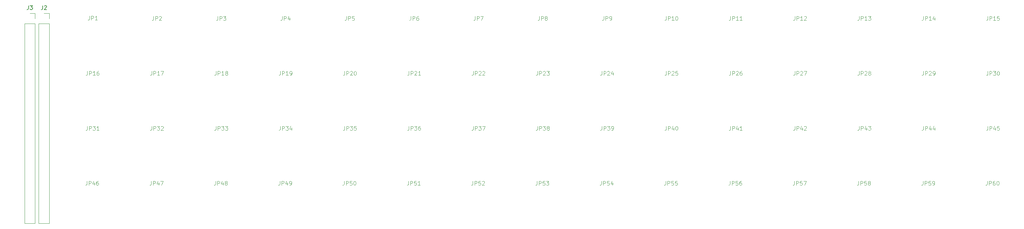
<source format=gbr>
%TF.GenerationSoftware,KiCad,Pcbnew,9.0.1*%
%TF.CreationDate,2025-05-18T13:27:05-05:00*%
%TF.ProjectId,OM-60-Flex,4f4d2d36-302d-4466-9c65-782e6b696361,rev?*%
%TF.SameCoordinates,Original*%
%TF.FileFunction,Legend,Top*%
%TF.FilePolarity,Positive*%
%FSLAX46Y46*%
G04 Gerber Fmt 4.6, Leading zero omitted, Abs format (unit mm)*
G04 Created by KiCad (PCBNEW 9.0.1) date 2025-05-18 13:27:05*
%MOMM*%
%LPD*%
G01*
G04 APERTURE LIST*
%ADD10C,0.100000*%
%ADD11C,0.150000*%
%ADD12C,0.120000*%
G04 APERTURE END LIST*
D10*
X233509717Y-36321245D02*
X233509717Y-37035530D01*
X233509717Y-37035530D02*
X233462098Y-37178387D01*
X233462098Y-37178387D02*
X233366860Y-37273626D01*
X233366860Y-37273626D02*
X233224003Y-37321245D01*
X233224003Y-37321245D02*
X233128765Y-37321245D01*
X233985908Y-37321245D02*
X233985908Y-36321245D01*
X233985908Y-36321245D02*
X234366860Y-36321245D01*
X234366860Y-36321245D02*
X234462098Y-36368864D01*
X234462098Y-36368864D02*
X234509717Y-36416483D01*
X234509717Y-36416483D02*
X234557336Y-36511721D01*
X234557336Y-36511721D02*
X234557336Y-36654578D01*
X234557336Y-36654578D02*
X234509717Y-36749816D01*
X234509717Y-36749816D02*
X234462098Y-36797435D01*
X234462098Y-36797435D02*
X234366860Y-36845054D01*
X234366860Y-36845054D02*
X233985908Y-36845054D01*
X235509717Y-37321245D02*
X234938289Y-37321245D01*
X235224003Y-37321245D02*
X235224003Y-36321245D01*
X235224003Y-36321245D02*
X235128765Y-36464102D01*
X235128765Y-36464102D02*
X235033527Y-36559340D01*
X235033527Y-36559340D02*
X234938289Y-36606959D01*
X235843051Y-36321245D02*
X236462098Y-36321245D01*
X236462098Y-36321245D02*
X236128765Y-36702197D01*
X236128765Y-36702197D02*
X236271622Y-36702197D01*
X236271622Y-36702197D02*
X236366860Y-36749816D01*
X236366860Y-36749816D02*
X236414479Y-36797435D01*
X236414479Y-36797435D02*
X236462098Y-36892673D01*
X236462098Y-36892673D02*
X236462098Y-37130768D01*
X236462098Y-37130768D02*
X236414479Y-37226006D01*
X236414479Y-37226006D02*
X236366860Y-37273626D01*
X236366860Y-37273626D02*
X236271622Y-37321245D01*
X236271622Y-37321245D02*
X235985908Y-37321245D01*
X235985908Y-37321245D02*
X235890670Y-37273626D01*
X235890670Y-37273626D02*
X235843051Y-37226006D01*
D11*
X22266666Y-33584819D02*
X22266666Y-34299104D01*
X22266666Y-34299104D02*
X22219047Y-34441961D01*
X22219047Y-34441961D02*
X22123809Y-34537200D01*
X22123809Y-34537200D02*
X21980952Y-34584819D01*
X21980952Y-34584819D02*
X21885714Y-34584819D01*
X22647619Y-33584819D02*
X23266666Y-33584819D01*
X23266666Y-33584819D02*
X22933333Y-33965771D01*
X22933333Y-33965771D02*
X23076190Y-33965771D01*
X23076190Y-33965771D02*
X23171428Y-34013390D01*
X23171428Y-34013390D02*
X23219047Y-34061009D01*
X23219047Y-34061009D02*
X23266666Y-34156247D01*
X23266666Y-34156247D02*
X23266666Y-34394342D01*
X23266666Y-34394342D02*
X23219047Y-34489580D01*
X23219047Y-34489580D02*
X23171428Y-34537200D01*
X23171428Y-34537200D02*
X23076190Y-34584819D01*
X23076190Y-34584819D02*
X22790476Y-34584819D01*
X22790476Y-34584819D02*
X22695238Y-34537200D01*
X22695238Y-34537200D02*
X22647619Y-34489580D01*
D10*
X37766666Y-36257419D02*
X37766666Y-36971704D01*
X37766666Y-36971704D02*
X37719047Y-37114561D01*
X37719047Y-37114561D02*
X37623809Y-37209800D01*
X37623809Y-37209800D02*
X37480952Y-37257419D01*
X37480952Y-37257419D02*
X37385714Y-37257419D01*
X38242857Y-37257419D02*
X38242857Y-36257419D01*
X38242857Y-36257419D02*
X38623809Y-36257419D01*
X38623809Y-36257419D02*
X38719047Y-36305038D01*
X38719047Y-36305038D02*
X38766666Y-36352657D01*
X38766666Y-36352657D02*
X38814285Y-36447895D01*
X38814285Y-36447895D02*
X38814285Y-36590752D01*
X38814285Y-36590752D02*
X38766666Y-36685990D01*
X38766666Y-36685990D02*
X38719047Y-36733609D01*
X38719047Y-36733609D02*
X38623809Y-36781228D01*
X38623809Y-36781228D02*
X38242857Y-36781228D01*
X39766666Y-37257419D02*
X39195238Y-37257419D01*
X39480952Y-37257419D02*
X39480952Y-36257419D01*
X39480952Y-36257419D02*
X39385714Y-36400276D01*
X39385714Y-36400276D02*
X39290476Y-36495514D01*
X39290476Y-36495514D02*
X39195238Y-36543133D01*
X119491039Y-36321245D02*
X119491039Y-37035530D01*
X119491039Y-37035530D02*
X119443420Y-37178387D01*
X119443420Y-37178387D02*
X119348182Y-37273626D01*
X119348182Y-37273626D02*
X119205325Y-37321245D01*
X119205325Y-37321245D02*
X119110087Y-37321245D01*
X119967230Y-37321245D02*
X119967230Y-36321245D01*
X119967230Y-36321245D02*
X120348182Y-36321245D01*
X120348182Y-36321245D02*
X120443420Y-36368864D01*
X120443420Y-36368864D02*
X120491039Y-36416483D01*
X120491039Y-36416483D02*
X120538658Y-36511721D01*
X120538658Y-36511721D02*
X120538658Y-36654578D01*
X120538658Y-36654578D02*
X120491039Y-36749816D01*
X120491039Y-36749816D02*
X120443420Y-36797435D01*
X120443420Y-36797435D02*
X120348182Y-36845054D01*
X120348182Y-36845054D02*
X119967230Y-36845054D01*
X121395801Y-36321245D02*
X121205325Y-36321245D01*
X121205325Y-36321245D02*
X121110087Y-36368864D01*
X121110087Y-36368864D02*
X121062468Y-36416483D01*
X121062468Y-36416483D02*
X120967230Y-36559340D01*
X120967230Y-36559340D02*
X120919611Y-36749816D01*
X120919611Y-36749816D02*
X120919611Y-37130768D01*
X120919611Y-37130768D02*
X120967230Y-37226006D01*
X120967230Y-37226006D02*
X121014849Y-37273626D01*
X121014849Y-37273626D02*
X121110087Y-37321245D01*
X121110087Y-37321245D02*
X121300563Y-37321245D01*
X121300563Y-37321245D02*
X121395801Y-37273626D01*
X121395801Y-37273626D02*
X121443420Y-37226006D01*
X121443420Y-37226006D02*
X121491039Y-37130768D01*
X121491039Y-37130768D02*
X121491039Y-36892673D01*
X121491039Y-36892673D02*
X121443420Y-36797435D01*
X121443420Y-36797435D02*
X121395801Y-36749816D01*
X121395801Y-36749816D02*
X121300563Y-36702197D01*
X121300563Y-36702197D02*
X121110087Y-36702197D01*
X121110087Y-36702197D02*
X121014849Y-36749816D01*
X121014849Y-36749816D02*
X120967230Y-36797435D01*
X120967230Y-36797435D02*
X120919611Y-36892673D01*
D11*
X25866666Y-33604819D02*
X25866666Y-34319104D01*
X25866666Y-34319104D02*
X25819047Y-34461961D01*
X25819047Y-34461961D02*
X25723809Y-34557200D01*
X25723809Y-34557200D02*
X25580952Y-34604819D01*
X25580952Y-34604819D02*
X25485714Y-34604819D01*
X26295238Y-33700057D02*
X26342857Y-33652438D01*
X26342857Y-33652438D02*
X26438095Y-33604819D01*
X26438095Y-33604819D02*
X26676190Y-33604819D01*
X26676190Y-33604819D02*
X26771428Y-33652438D01*
X26771428Y-33652438D02*
X26819047Y-33700057D01*
X26819047Y-33700057D02*
X26866666Y-33795295D01*
X26866666Y-33795295D02*
X26866666Y-33890533D01*
X26866666Y-33890533D02*
X26819047Y-34033390D01*
X26819047Y-34033390D02*
X26247619Y-34604819D01*
X26247619Y-34604819D02*
X26866666Y-34604819D01*
D10*
X184440488Y-36321245D02*
X184440488Y-37035530D01*
X184440488Y-37035530D02*
X184392869Y-37178387D01*
X184392869Y-37178387D02*
X184297631Y-37273626D01*
X184297631Y-37273626D02*
X184154774Y-37321245D01*
X184154774Y-37321245D02*
X184059536Y-37321245D01*
X184916679Y-37321245D02*
X184916679Y-36321245D01*
X184916679Y-36321245D02*
X185297631Y-36321245D01*
X185297631Y-36321245D02*
X185392869Y-36368864D01*
X185392869Y-36368864D02*
X185440488Y-36416483D01*
X185440488Y-36416483D02*
X185488107Y-36511721D01*
X185488107Y-36511721D02*
X185488107Y-36654578D01*
X185488107Y-36654578D02*
X185440488Y-36749816D01*
X185440488Y-36749816D02*
X185392869Y-36797435D01*
X185392869Y-36797435D02*
X185297631Y-36845054D01*
X185297631Y-36845054D02*
X184916679Y-36845054D01*
X186440488Y-37321245D02*
X185869060Y-37321245D01*
X186154774Y-37321245D02*
X186154774Y-36321245D01*
X186154774Y-36321245D02*
X186059536Y-36464102D01*
X186059536Y-36464102D02*
X185964298Y-36559340D01*
X185964298Y-36559340D02*
X185869060Y-36606959D01*
X187059536Y-36321245D02*
X187154774Y-36321245D01*
X187154774Y-36321245D02*
X187250012Y-36368864D01*
X187250012Y-36368864D02*
X187297631Y-36416483D01*
X187297631Y-36416483D02*
X187345250Y-36511721D01*
X187345250Y-36511721D02*
X187392869Y-36702197D01*
X187392869Y-36702197D02*
X187392869Y-36940292D01*
X187392869Y-36940292D02*
X187345250Y-37130768D01*
X187345250Y-37130768D02*
X187297631Y-37226006D01*
X187297631Y-37226006D02*
X187250012Y-37273626D01*
X187250012Y-37273626D02*
X187154774Y-37321245D01*
X187154774Y-37321245D02*
X187059536Y-37321245D01*
X187059536Y-37321245D02*
X186964298Y-37273626D01*
X186964298Y-37273626D02*
X186916679Y-37226006D01*
X186916679Y-37226006D02*
X186869060Y-37130768D01*
X186869060Y-37130768D02*
X186821441Y-36940292D01*
X186821441Y-36940292D02*
X186821441Y-36702197D01*
X186821441Y-36702197D02*
X186869060Y-36511721D01*
X186869060Y-36511721D02*
X186916679Y-36416483D01*
X186916679Y-36416483D02*
X186964298Y-36368864D01*
X186964298Y-36368864D02*
X187059536Y-36321245D01*
X168560268Y-36321245D02*
X168560268Y-37035530D01*
X168560268Y-37035530D02*
X168512649Y-37178387D01*
X168512649Y-37178387D02*
X168417411Y-37273626D01*
X168417411Y-37273626D02*
X168274554Y-37321245D01*
X168274554Y-37321245D02*
X168179316Y-37321245D01*
X169036459Y-37321245D02*
X169036459Y-36321245D01*
X169036459Y-36321245D02*
X169417411Y-36321245D01*
X169417411Y-36321245D02*
X169512649Y-36368864D01*
X169512649Y-36368864D02*
X169560268Y-36416483D01*
X169560268Y-36416483D02*
X169607887Y-36511721D01*
X169607887Y-36511721D02*
X169607887Y-36654578D01*
X169607887Y-36654578D02*
X169560268Y-36749816D01*
X169560268Y-36749816D02*
X169512649Y-36797435D01*
X169512649Y-36797435D02*
X169417411Y-36845054D01*
X169417411Y-36845054D02*
X169036459Y-36845054D01*
X170084078Y-37321245D02*
X170274554Y-37321245D01*
X170274554Y-37321245D02*
X170369792Y-37273626D01*
X170369792Y-37273626D02*
X170417411Y-37226006D01*
X170417411Y-37226006D02*
X170512649Y-37083149D01*
X170512649Y-37083149D02*
X170560268Y-36892673D01*
X170560268Y-36892673D02*
X170560268Y-36511721D01*
X170560268Y-36511721D02*
X170512649Y-36416483D01*
X170512649Y-36416483D02*
X170465030Y-36368864D01*
X170465030Y-36368864D02*
X170369792Y-36321245D01*
X170369792Y-36321245D02*
X170179316Y-36321245D01*
X170179316Y-36321245D02*
X170084078Y-36368864D01*
X170084078Y-36368864D02*
X170036459Y-36416483D01*
X170036459Y-36416483D02*
X169988840Y-36511721D01*
X169988840Y-36511721D02*
X169988840Y-36749816D01*
X169988840Y-36749816D02*
X170036459Y-36845054D01*
X170036459Y-36845054D02*
X170084078Y-36892673D01*
X170084078Y-36892673D02*
X170179316Y-36940292D01*
X170179316Y-36940292D02*
X170369792Y-36940292D01*
X170369792Y-36940292D02*
X170465030Y-36892673D01*
X170465030Y-36892673D02*
X170512649Y-36845054D01*
X170512649Y-36845054D02*
X170560268Y-36749816D01*
X152203858Y-36321245D02*
X152203858Y-37035530D01*
X152203858Y-37035530D02*
X152156239Y-37178387D01*
X152156239Y-37178387D02*
X152061001Y-37273626D01*
X152061001Y-37273626D02*
X151918144Y-37321245D01*
X151918144Y-37321245D02*
X151822906Y-37321245D01*
X152680049Y-37321245D02*
X152680049Y-36321245D01*
X152680049Y-36321245D02*
X153061001Y-36321245D01*
X153061001Y-36321245D02*
X153156239Y-36368864D01*
X153156239Y-36368864D02*
X153203858Y-36416483D01*
X153203858Y-36416483D02*
X153251477Y-36511721D01*
X153251477Y-36511721D02*
X153251477Y-36654578D01*
X153251477Y-36654578D02*
X153203858Y-36749816D01*
X153203858Y-36749816D02*
X153156239Y-36797435D01*
X153156239Y-36797435D02*
X153061001Y-36845054D01*
X153061001Y-36845054D02*
X152680049Y-36845054D01*
X153822906Y-36749816D02*
X153727668Y-36702197D01*
X153727668Y-36702197D02*
X153680049Y-36654578D01*
X153680049Y-36654578D02*
X153632430Y-36559340D01*
X153632430Y-36559340D02*
X153632430Y-36511721D01*
X153632430Y-36511721D02*
X153680049Y-36416483D01*
X153680049Y-36416483D02*
X153727668Y-36368864D01*
X153727668Y-36368864D02*
X153822906Y-36321245D01*
X153822906Y-36321245D02*
X154013382Y-36321245D01*
X154013382Y-36321245D02*
X154108620Y-36368864D01*
X154108620Y-36368864D02*
X154156239Y-36416483D01*
X154156239Y-36416483D02*
X154203858Y-36511721D01*
X154203858Y-36511721D02*
X154203858Y-36559340D01*
X154203858Y-36559340D02*
X154156239Y-36654578D01*
X154156239Y-36654578D02*
X154108620Y-36702197D01*
X154108620Y-36702197D02*
X154013382Y-36749816D01*
X154013382Y-36749816D02*
X153822906Y-36749816D01*
X153822906Y-36749816D02*
X153727668Y-36797435D01*
X153727668Y-36797435D02*
X153680049Y-36845054D01*
X153680049Y-36845054D02*
X153632430Y-36940292D01*
X153632430Y-36940292D02*
X153632430Y-37130768D01*
X153632430Y-37130768D02*
X153680049Y-37226006D01*
X153680049Y-37226006D02*
X153727668Y-37273626D01*
X153727668Y-37273626D02*
X153822906Y-37321245D01*
X153822906Y-37321245D02*
X154013382Y-37321245D01*
X154013382Y-37321245D02*
X154108620Y-37273626D01*
X154108620Y-37273626D02*
X154156239Y-37226006D01*
X154156239Y-37226006D02*
X154203858Y-37130768D01*
X154203858Y-37130768D02*
X154203858Y-36940292D01*
X154203858Y-36940292D02*
X154156239Y-36845054D01*
X154156239Y-36845054D02*
X154108620Y-36797435D01*
X154108620Y-36797435D02*
X154013382Y-36749816D01*
X135847448Y-36321245D02*
X135847448Y-37035530D01*
X135847448Y-37035530D02*
X135799829Y-37178387D01*
X135799829Y-37178387D02*
X135704591Y-37273626D01*
X135704591Y-37273626D02*
X135561734Y-37321245D01*
X135561734Y-37321245D02*
X135466496Y-37321245D01*
X136323639Y-37321245D02*
X136323639Y-36321245D01*
X136323639Y-36321245D02*
X136704591Y-36321245D01*
X136704591Y-36321245D02*
X136799829Y-36368864D01*
X136799829Y-36368864D02*
X136847448Y-36416483D01*
X136847448Y-36416483D02*
X136895067Y-36511721D01*
X136895067Y-36511721D02*
X136895067Y-36654578D01*
X136895067Y-36654578D02*
X136847448Y-36749816D01*
X136847448Y-36749816D02*
X136799829Y-36797435D01*
X136799829Y-36797435D02*
X136704591Y-36845054D01*
X136704591Y-36845054D02*
X136323639Y-36845054D01*
X137228401Y-36321245D02*
X137895067Y-36321245D01*
X137895067Y-36321245D02*
X137466496Y-37321245D01*
X103134629Y-36321245D02*
X103134629Y-37035530D01*
X103134629Y-37035530D02*
X103087010Y-37178387D01*
X103087010Y-37178387D02*
X102991772Y-37273626D01*
X102991772Y-37273626D02*
X102848915Y-37321245D01*
X102848915Y-37321245D02*
X102753677Y-37321245D01*
X103610820Y-37321245D02*
X103610820Y-36321245D01*
X103610820Y-36321245D02*
X103991772Y-36321245D01*
X103991772Y-36321245D02*
X104087010Y-36368864D01*
X104087010Y-36368864D02*
X104134629Y-36416483D01*
X104134629Y-36416483D02*
X104182248Y-36511721D01*
X104182248Y-36511721D02*
X104182248Y-36654578D01*
X104182248Y-36654578D02*
X104134629Y-36749816D01*
X104134629Y-36749816D02*
X104087010Y-36797435D01*
X104087010Y-36797435D02*
X103991772Y-36845054D01*
X103991772Y-36845054D02*
X103610820Y-36845054D01*
X105087010Y-36321245D02*
X104610820Y-36321245D01*
X104610820Y-36321245D02*
X104563201Y-36797435D01*
X104563201Y-36797435D02*
X104610820Y-36749816D01*
X104610820Y-36749816D02*
X104706058Y-36702197D01*
X104706058Y-36702197D02*
X104944153Y-36702197D01*
X104944153Y-36702197D02*
X105039391Y-36749816D01*
X105039391Y-36749816D02*
X105087010Y-36797435D01*
X105087010Y-36797435D02*
X105134629Y-36892673D01*
X105134629Y-36892673D02*
X105134629Y-37130768D01*
X105134629Y-37130768D02*
X105087010Y-37226006D01*
X105087010Y-37226006D02*
X105039391Y-37273626D01*
X105039391Y-37273626D02*
X104944153Y-37321245D01*
X104944153Y-37321245D02*
X104706058Y-37321245D01*
X104706058Y-37321245D02*
X104610820Y-37273626D01*
X104610820Y-37273626D02*
X104563201Y-37226006D01*
X70421810Y-36321245D02*
X70421810Y-37035530D01*
X70421810Y-37035530D02*
X70374191Y-37178387D01*
X70374191Y-37178387D02*
X70278953Y-37273626D01*
X70278953Y-37273626D02*
X70136096Y-37321245D01*
X70136096Y-37321245D02*
X70040858Y-37321245D01*
X70898001Y-37321245D02*
X70898001Y-36321245D01*
X70898001Y-36321245D02*
X71278953Y-36321245D01*
X71278953Y-36321245D02*
X71374191Y-36368864D01*
X71374191Y-36368864D02*
X71421810Y-36416483D01*
X71421810Y-36416483D02*
X71469429Y-36511721D01*
X71469429Y-36511721D02*
X71469429Y-36654578D01*
X71469429Y-36654578D02*
X71421810Y-36749816D01*
X71421810Y-36749816D02*
X71374191Y-36797435D01*
X71374191Y-36797435D02*
X71278953Y-36845054D01*
X71278953Y-36845054D02*
X70898001Y-36845054D01*
X71802763Y-36321245D02*
X72421810Y-36321245D01*
X72421810Y-36321245D02*
X72088477Y-36702197D01*
X72088477Y-36702197D02*
X72231334Y-36702197D01*
X72231334Y-36702197D02*
X72326572Y-36749816D01*
X72326572Y-36749816D02*
X72374191Y-36797435D01*
X72374191Y-36797435D02*
X72421810Y-36892673D01*
X72421810Y-36892673D02*
X72421810Y-37130768D01*
X72421810Y-37130768D02*
X72374191Y-37226006D01*
X72374191Y-37226006D02*
X72326572Y-37273626D01*
X72326572Y-37273626D02*
X72231334Y-37321245D01*
X72231334Y-37321245D02*
X71945620Y-37321245D01*
X71945620Y-37321245D02*
X71850382Y-37273626D01*
X71850382Y-37273626D02*
X71802763Y-37226006D01*
X86778219Y-36321245D02*
X86778219Y-37035530D01*
X86778219Y-37035530D02*
X86730600Y-37178387D01*
X86730600Y-37178387D02*
X86635362Y-37273626D01*
X86635362Y-37273626D02*
X86492505Y-37321245D01*
X86492505Y-37321245D02*
X86397267Y-37321245D01*
X87254410Y-37321245D02*
X87254410Y-36321245D01*
X87254410Y-36321245D02*
X87635362Y-36321245D01*
X87635362Y-36321245D02*
X87730600Y-36368864D01*
X87730600Y-36368864D02*
X87778219Y-36416483D01*
X87778219Y-36416483D02*
X87825838Y-36511721D01*
X87825838Y-36511721D02*
X87825838Y-36654578D01*
X87825838Y-36654578D02*
X87778219Y-36749816D01*
X87778219Y-36749816D02*
X87730600Y-36797435D01*
X87730600Y-36797435D02*
X87635362Y-36845054D01*
X87635362Y-36845054D02*
X87254410Y-36845054D01*
X88682981Y-36654578D02*
X88682981Y-37321245D01*
X88444886Y-36273626D02*
X88206791Y-36987911D01*
X88206791Y-36987911D02*
X88825838Y-36987911D01*
X54065400Y-36321245D02*
X54065400Y-37035530D01*
X54065400Y-37035530D02*
X54017781Y-37178387D01*
X54017781Y-37178387D02*
X53922543Y-37273626D01*
X53922543Y-37273626D02*
X53779686Y-37321245D01*
X53779686Y-37321245D02*
X53684448Y-37321245D01*
X54541591Y-37321245D02*
X54541591Y-36321245D01*
X54541591Y-36321245D02*
X54922543Y-36321245D01*
X54922543Y-36321245D02*
X55017781Y-36368864D01*
X55017781Y-36368864D02*
X55065400Y-36416483D01*
X55065400Y-36416483D02*
X55113019Y-36511721D01*
X55113019Y-36511721D02*
X55113019Y-36654578D01*
X55113019Y-36654578D02*
X55065400Y-36749816D01*
X55065400Y-36749816D02*
X55017781Y-36797435D01*
X55017781Y-36797435D02*
X54922543Y-36845054D01*
X54922543Y-36845054D02*
X54541591Y-36845054D01*
X55493972Y-36416483D02*
X55541591Y-36368864D01*
X55541591Y-36368864D02*
X55636829Y-36321245D01*
X55636829Y-36321245D02*
X55874924Y-36321245D01*
X55874924Y-36321245D02*
X55970162Y-36368864D01*
X55970162Y-36368864D02*
X56017781Y-36416483D01*
X56017781Y-36416483D02*
X56065400Y-36511721D01*
X56065400Y-36511721D02*
X56065400Y-36606959D01*
X56065400Y-36606959D02*
X56017781Y-36749816D01*
X56017781Y-36749816D02*
X55446353Y-37321245D01*
X55446353Y-37321245D02*
X56065400Y-37321245D01*
X200796897Y-36321245D02*
X200796897Y-37035530D01*
X200796897Y-37035530D02*
X200749278Y-37178387D01*
X200749278Y-37178387D02*
X200654040Y-37273626D01*
X200654040Y-37273626D02*
X200511183Y-37321245D01*
X200511183Y-37321245D02*
X200415945Y-37321245D01*
X201273088Y-37321245D02*
X201273088Y-36321245D01*
X201273088Y-36321245D02*
X201654040Y-36321245D01*
X201654040Y-36321245D02*
X201749278Y-36368864D01*
X201749278Y-36368864D02*
X201796897Y-36416483D01*
X201796897Y-36416483D02*
X201844516Y-36511721D01*
X201844516Y-36511721D02*
X201844516Y-36654578D01*
X201844516Y-36654578D02*
X201796897Y-36749816D01*
X201796897Y-36749816D02*
X201749278Y-36797435D01*
X201749278Y-36797435D02*
X201654040Y-36845054D01*
X201654040Y-36845054D02*
X201273088Y-36845054D01*
X202796897Y-37321245D02*
X202225469Y-37321245D01*
X202511183Y-37321245D02*
X202511183Y-36321245D01*
X202511183Y-36321245D02*
X202415945Y-36464102D01*
X202415945Y-36464102D02*
X202320707Y-36559340D01*
X202320707Y-36559340D02*
X202225469Y-36606959D01*
X203749278Y-37321245D02*
X203177850Y-37321245D01*
X203463564Y-37321245D02*
X203463564Y-36321245D01*
X203463564Y-36321245D02*
X203368326Y-36464102D01*
X203368326Y-36464102D02*
X203273088Y-36559340D01*
X203273088Y-36559340D02*
X203177850Y-36606959D01*
X217153307Y-36321245D02*
X217153307Y-37035530D01*
X217153307Y-37035530D02*
X217105688Y-37178387D01*
X217105688Y-37178387D02*
X217010450Y-37273626D01*
X217010450Y-37273626D02*
X216867593Y-37321245D01*
X216867593Y-37321245D02*
X216772355Y-37321245D01*
X217629498Y-37321245D02*
X217629498Y-36321245D01*
X217629498Y-36321245D02*
X218010450Y-36321245D01*
X218010450Y-36321245D02*
X218105688Y-36368864D01*
X218105688Y-36368864D02*
X218153307Y-36416483D01*
X218153307Y-36416483D02*
X218200926Y-36511721D01*
X218200926Y-36511721D02*
X218200926Y-36654578D01*
X218200926Y-36654578D02*
X218153307Y-36749816D01*
X218153307Y-36749816D02*
X218105688Y-36797435D01*
X218105688Y-36797435D02*
X218010450Y-36845054D01*
X218010450Y-36845054D02*
X217629498Y-36845054D01*
X219153307Y-37321245D02*
X218581879Y-37321245D01*
X218867593Y-37321245D02*
X218867593Y-36321245D01*
X218867593Y-36321245D02*
X218772355Y-36464102D01*
X218772355Y-36464102D02*
X218677117Y-36559340D01*
X218677117Y-36559340D02*
X218581879Y-36606959D01*
X219534260Y-36416483D02*
X219581879Y-36368864D01*
X219581879Y-36368864D02*
X219677117Y-36321245D01*
X219677117Y-36321245D02*
X219915212Y-36321245D01*
X219915212Y-36321245D02*
X220010450Y-36368864D01*
X220010450Y-36368864D02*
X220058069Y-36416483D01*
X220058069Y-36416483D02*
X220105688Y-36511721D01*
X220105688Y-36511721D02*
X220105688Y-36606959D01*
X220105688Y-36606959D02*
X220058069Y-36749816D01*
X220058069Y-36749816D02*
X219486641Y-37321245D01*
X219486641Y-37321245D02*
X220105688Y-37321245D01*
X249866126Y-36321245D02*
X249866126Y-37035530D01*
X249866126Y-37035530D02*
X249818507Y-37178387D01*
X249818507Y-37178387D02*
X249723269Y-37273626D01*
X249723269Y-37273626D02*
X249580412Y-37321245D01*
X249580412Y-37321245D02*
X249485174Y-37321245D01*
X250342317Y-37321245D02*
X250342317Y-36321245D01*
X250342317Y-36321245D02*
X250723269Y-36321245D01*
X250723269Y-36321245D02*
X250818507Y-36368864D01*
X250818507Y-36368864D02*
X250866126Y-36416483D01*
X250866126Y-36416483D02*
X250913745Y-36511721D01*
X250913745Y-36511721D02*
X250913745Y-36654578D01*
X250913745Y-36654578D02*
X250866126Y-36749816D01*
X250866126Y-36749816D02*
X250818507Y-36797435D01*
X250818507Y-36797435D02*
X250723269Y-36845054D01*
X250723269Y-36845054D02*
X250342317Y-36845054D01*
X251866126Y-37321245D02*
X251294698Y-37321245D01*
X251580412Y-37321245D02*
X251580412Y-36321245D01*
X251580412Y-36321245D02*
X251485174Y-36464102D01*
X251485174Y-36464102D02*
X251389936Y-36559340D01*
X251389936Y-36559340D02*
X251294698Y-36606959D01*
X252723269Y-36654578D02*
X252723269Y-37321245D01*
X252485174Y-36273626D02*
X252247079Y-36987911D01*
X252247079Y-36987911D02*
X252866126Y-36987911D01*
X266222536Y-36321245D02*
X266222536Y-37035530D01*
X266222536Y-37035530D02*
X266174917Y-37178387D01*
X266174917Y-37178387D02*
X266079679Y-37273626D01*
X266079679Y-37273626D02*
X265936822Y-37321245D01*
X265936822Y-37321245D02*
X265841584Y-37321245D01*
X266698727Y-37321245D02*
X266698727Y-36321245D01*
X266698727Y-36321245D02*
X267079679Y-36321245D01*
X267079679Y-36321245D02*
X267174917Y-36368864D01*
X267174917Y-36368864D02*
X267222536Y-36416483D01*
X267222536Y-36416483D02*
X267270155Y-36511721D01*
X267270155Y-36511721D02*
X267270155Y-36654578D01*
X267270155Y-36654578D02*
X267222536Y-36749816D01*
X267222536Y-36749816D02*
X267174917Y-36797435D01*
X267174917Y-36797435D02*
X267079679Y-36845054D01*
X267079679Y-36845054D02*
X266698727Y-36845054D01*
X268222536Y-37321245D02*
X267651108Y-37321245D01*
X267936822Y-37321245D02*
X267936822Y-36321245D01*
X267936822Y-36321245D02*
X267841584Y-36464102D01*
X267841584Y-36464102D02*
X267746346Y-36559340D01*
X267746346Y-36559340D02*
X267651108Y-36606959D01*
X269127298Y-36321245D02*
X268651108Y-36321245D01*
X268651108Y-36321245D02*
X268603489Y-36797435D01*
X268603489Y-36797435D02*
X268651108Y-36749816D01*
X268651108Y-36749816D02*
X268746346Y-36702197D01*
X268746346Y-36702197D02*
X268984441Y-36702197D01*
X268984441Y-36702197D02*
X269079679Y-36749816D01*
X269079679Y-36749816D02*
X269127298Y-36797435D01*
X269127298Y-36797435D02*
X269174917Y-36892673D01*
X269174917Y-36892673D02*
X269174917Y-37130768D01*
X269174917Y-37130768D02*
X269127298Y-37226006D01*
X269127298Y-37226006D02*
X269079679Y-37273626D01*
X269079679Y-37273626D02*
X268984441Y-37321245D01*
X268984441Y-37321245D02*
X268746346Y-37321245D01*
X268746346Y-37321245D02*
X268651108Y-37273626D01*
X268651108Y-37273626D02*
X268603489Y-37226006D01*
X135371258Y-50318941D02*
X135371258Y-51033226D01*
X135371258Y-51033226D02*
X135323639Y-51176083D01*
X135323639Y-51176083D02*
X135228401Y-51271322D01*
X135228401Y-51271322D02*
X135085544Y-51318941D01*
X135085544Y-51318941D02*
X134990306Y-51318941D01*
X135847449Y-51318941D02*
X135847449Y-50318941D01*
X135847449Y-50318941D02*
X136228401Y-50318941D01*
X136228401Y-50318941D02*
X136323639Y-50366560D01*
X136323639Y-50366560D02*
X136371258Y-50414179D01*
X136371258Y-50414179D02*
X136418877Y-50509417D01*
X136418877Y-50509417D02*
X136418877Y-50652274D01*
X136418877Y-50652274D02*
X136371258Y-50747512D01*
X136371258Y-50747512D02*
X136323639Y-50795131D01*
X136323639Y-50795131D02*
X136228401Y-50842750D01*
X136228401Y-50842750D02*
X135847449Y-50842750D01*
X136799830Y-50414179D02*
X136847449Y-50366560D01*
X136847449Y-50366560D02*
X136942687Y-50318941D01*
X136942687Y-50318941D02*
X137180782Y-50318941D01*
X137180782Y-50318941D02*
X137276020Y-50366560D01*
X137276020Y-50366560D02*
X137323639Y-50414179D01*
X137323639Y-50414179D02*
X137371258Y-50509417D01*
X137371258Y-50509417D02*
X137371258Y-50604655D01*
X137371258Y-50604655D02*
X137323639Y-50747512D01*
X137323639Y-50747512D02*
X136752211Y-51318941D01*
X136752211Y-51318941D02*
X137371258Y-51318941D01*
X137752211Y-50414179D02*
X137799830Y-50366560D01*
X137799830Y-50366560D02*
X137895068Y-50318941D01*
X137895068Y-50318941D02*
X138133163Y-50318941D01*
X138133163Y-50318941D02*
X138228401Y-50366560D01*
X138228401Y-50366560D02*
X138276020Y-50414179D01*
X138276020Y-50414179D02*
X138323639Y-50509417D01*
X138323639Y-50509417D02*
X138323639Y-50604655D01*
X138323639Y-50604655D02*
X138276020Y-50747512D01*
X138276020Y-50747512D02*
X137704592Y-51318941D01*
X137704592Y-51318941D02*
X138323639Y-51318941D01*
X86302029Y-50318941D02*
X86302029Y-51033226D01*
X86302029Y-51033226D02*
X86254410Y-51176083D01*
X86254410Y-51176083D02*
X86159172Y-51271322D01*
X86159172Y-51271322D02*
X86016315Y-51318941D01*
X86016315Y-51318941D02*
X85921077Y-51318941D01*
X86778220Y-51318941D02*
X86778220Y-50318941D01*
X86778220Y-50318941D02*
X87159172Y-50318941D01*
X87159172Y-50318941D02*
X87254410Y-50366560D01*
X87254410Y-50366560D02*
X87302029Y-50414179D01*
X87302029Y-50414179D02*
X87349648Y-50509417D01*
X87349648Y-50509417D02*
X87349648Y-50652274D01*
X87349648Y-50652274D02*
X87302029Y-50747512D01*
X87302029Y-50747512D02*
X87254410Y-50795131D01*
X87254410Y-50795131D02*
X87159172Y-50842750D01*
X87159172Y-50842750D02*
X86778220Y-50842750D01*
X88302029Y-51318941D02*
X87730601Y-51318941D01*
X88016315Y-51318941D02*
X88016315Y-50318941D01*
X88016315Y-50318941D02*
X87921077Y-50461798D01*
X87921077Y-50461798D02*
X87825839Y-50557036D01*
X87825839Y-50557036D02*
X87730601Y-50604655D01*
X88778220Y-51318941D02*
X88968696Y-51318941D01*
X88968696Y-51318941D02*
X89063934Y-51271322D01*
X89063934Y-51271322D02*
X89111553Y-51223702D01*
X89111553Y-51223702D02*
X89206791Y-51080845D01*
X89206791Y-51080845D02*
X89254410Y-50890369D01*
X89254410Y-50890369D02*
X89254410Y-50509417D01*
X89254410Y-50509417D02*
X89206791Y-50414179D01*
X89206791Y-50414179D02*
X89159172Y-50366560D01*
X89159172Y-50366560D02*
X89063934Y-50318941D01*
X89063934Y-50318941D02*
X88873458Y-50318941D01*
X88873458Y-50318941D02*
X88778220Y-50366560D01*
X88778220Y-50366560D02*
X88730601Y-50414179D01*
X88730601Y-50414179D02*
X88682982Y-50509417D01*
X88682982Y-50509417D02*
X88682982Y-50747512D01*
X88682982Y-50747512D02*
X88730601Y-50842750D01*
X88730601Y-50842750D02*
X88778220Y-50890369D01*
X88778220Y-50890369D02*
X88873458Y-50937988D01*
X88873458Y-50937988D02*
X89063934Y-50937988D01*
X89063934Y-50937988D02*
X89159172Y-50890369D01*
X89159172Y-50890369D02*
X89206791Y-50842750D01*
X89206791Y-50842750D02*
X89254410Y-50747512D01*
X69945620Y-50318941D02*
X69945620Y-51033226D01*
X69945620Y-51033226D02*
X69898001Y-51176083D01*
X69898001Y-51176083D02*
X69802763Y-51271322D01*
X69802763Y-51271322D02*
X69659906Y-51318941D01*
X69659906Y-51318941D02*
X69564668Y-51318941D01*
X70421811Y-51318941D02*
X70421811Y-50318941D01*
X70421811Y-50318941D02*
X70802763Y-50318941D01*
X70802763Y-50318941D02*
X70898001Y-50366560D01*
X70898001Y-50366560D02*
X70945620Y-50414179D01*
X70945620Y-50414179D02*
X70993239Y-50509417D01*
X70993239Y-50509417D02*
X70993239Y-50652274D01*
X70993239Y-50652274D02*
X70945620Y-50747512D01*
X70945620Y-50747512D02*
X70898001Y-50795131D01*
X70898001Y-50795131D02*
X70802763Y-50842750D01*
X70802763Y-50842750D02*
X70421811Y-50842750D01*
X71945620Y-51318941D02*
X71374192Y-51318941D01*
X71659906Y-51318941D02*
X71659906Y-50318941D01*
X71659906Y-50318941D02*
X71564668Y-50461798D01*
X71564668Y-50461798D02*
X71469430Y-50557036D01*
X71469430Y-50557036D02*
X71374192Y-50604655D01*
X72517049Y-50747512D02*
X72421811Y-50699893D01*
X72421811Y-50699893D02*
X72374192Y-50652274D01*
X72374192Y-50652274D02*
X72326573Y-50557036D01*
X72326573Y-50557036D02*
X72326573Y-50509417D01*
X72326573Y-50509417D02*
X72374192Y-50414179D01*
X72374192Y-50414179D02*
X72421811Y-50366560D01*
X72421811Y-50366560D02*
X72517049Y-50318941D01*
X72517049Y-50318941D02*
X72707525Y-50318941D01*
X72707525Y-50318941D02*
X72802763Y-50366560D01*
X72802763Y-50366560D02*
X72850382Y-50414179D01*
X72850382Y-50414179D02*
X72898001Y-50509417D01*
X72898001Y-50509417D02*
X72898001Y-50557036D01*
X72898001Y-50557036D02*
X72850382Y-50652274D01*
X72850382Y-50652274D02*
X72802763Y-50699893D01*
X72802763Y-50699893D02*
X72707525Y-50747512D01*
X72707525Y-50747512D02*
X72517049Y-50747512D01*
X72517049Y-50747512D02*
X72421811Y-50795131D01*
X72421811Y-50795131D02*
X72374192Y-50842750D01*
X72374192Y-50842750D02*
X72326573Y-50937988D01*
X72326573Y-50937988D02*
X72326573Y-51128464D01*
X72326573Y-51128464D02*
X72374192Y-51223702D01*
X72374192Y-51223702D02*
X72421811Y-51271322D01*
X72421811Y-51271322D02*
X72517049Y-51318941D01*
X72517049Y-51318941D02*
X72707525Y-51318941D01*
X72707525Y-51318941D02*
X72802763Y-51271322D01*
X72802763Y-51271322D02*
X72850382Y-51223702D01*
X72850382Y-51223702D02*
X72898001Y-51128464D01*
X72898001Y-51128464D02*
X72898001Y-50937988D01*
X72898001Y-50937988D02*
X72850382Y-50842750D01*
X72850382Y-50842750D02*
X72802763Y-50795131D01*
X72802763Y-50795131D02*
X72707525Y-50747512D01*
X102658439Y-50318941D02*
X102658439Y-51033226D01*
X102658439Y-51033226D02*
X102610820Y-51176083D01*
X102610820Y-51176083D02*
X102515582Y-51271322D01*
X102515582Y-51271322D02*
X102372725Y-51318941D01*
X102372725Y-51318941D02*
X102277487Y-51318941D01*
X103134630Y-51318941D02*
X103134630Y-50318941D01*
X103134630Y-50318941D02*
X103515582Y-50318941D01*
X103515582Y-50318941D02*
X103610820Y-50366560D01*
X103610820Y-50366560D02*
X103658439Y-50414179D01*
X103658439Y-50414179D02*
X103706058Y-50509417D01*
X103706058Y-50509417D02*
X103706058Y-50652274D01*
X103706058Y-50652274D02*
X103658439Y-50747512D01*
X103658439Y-50747512D02*
X103610820Y-50795131D01*
X103610820Y-50795131D02*
X103515582Y-50842750D01*
X103515582Y-50842750D02*
X103134630Y-50842750D01*
X104087011Y-50414179D02*
X104134630Y-50366560D01*
X104134630Y-50366560D02*
X104229868Y-50318941D01*
X104229868Y-50318941D02*
X104467963Y-50318941D01*
X104467963Y-50318941D02*
X104563201Y-50366560D01*
X104563201Y-50366560D02*
X104610820Y-50414179D01*
X104610820Y-50414179D02*
X104658439Y-50509417D01*
X104658439Y-50509417D02*
X104658439Y-50604655D01*
X104658439Y-50604655D02*
X104610820Y-50747512D01*
X104610820Y-50747512D02*
X104039392Y-51318941D01*
X104039392Y-51318941D02*
X104658439Y-51318941D01*
X105277487Y-50318941D02*
X105372725Y-50318941D01*
X105372725Y-50318941D02*
X105467963Y-50366560D01*
X105467963Y-50366560D02*
X105515582Y-50414179D01*
X105515582Y-50414179D02*
X105563201Y-50509417D01*
X105563201Y-50509417D02*
X105610820Y-50699893D01*
X105610820Y-50699893D02*
X105610820Y-50937988D01*
X105610820Y-50937988D02*
X105563201Y-51128464D01*
X105563201Y-51128464D02*
X105515582Y-51223702D01*
X105515582Y-51223702D02*
X105467963Y-51271322D01*
X105467963Y-51271322D02*
X105372725Y-51318941D01*
X105372725Y-51318941D02*
X105277487Y-51318941D01*
X105277487Y-51318941D02*
X105182249Y-51271322D01*
X105182249Y-51271322D02*
X105134630Y-51223702D01*
X105134630Y-51223702D02*
X105087011Y-51128464D01*
X105087011Y-51128464D02*
X105039392Y-50937988D01*
X105039392Y-50937988D02*
X105039392Y-50699893D01*
X105039392Y-50699893D02*
X105087011Y-50509417D01*
X105087011Y-50509417D02*
X105134630Y-50414179D01*
X105134630Y-50414179D02*
X105182249Y-50366560D01*
X105182249Y-50366560D02*
X105277487Y-50318941D01*
X37232800Y-50318941D02*
X37232800Y-51033226D01*
X37232800Y-51033226D02*
X37185181Y-51176083D01*
X37185181Y-51176083D02*
X37089943Y-51271322D01*
X37089943Y-51271322D02*
X36947086Y-51318941D01*
X36947086Y-51318941D02*
X36851848Y-51318941D01*
X37708991Y-51318941D02*
X37708991Y-50318941D01*
X37708991Y-50318941D02*
X38089943Y-50318941D01*
X38089943Y-50318941D02*
X38185181Y-50366560D01*
X38185181Y-50366560D02*
X38232800Y-50414179D01*
X38232800Y-50414179D02*
X38280419Y-50509417D01*
X38280419Y-50509417D02*
X38280419Y-50652274D01*
X38280419Y-50652274D02*
X38232800Y-50747512D01*
X38232800Y-50747512D02*
X38185181Y-50795131D01*
X38185181Y-50795131D02*
X38089943Y-50842750D01*
X38089943Y-50842750D02*
X37708991Y-50842750D01*
X39232800Y-51318941D02*
X38661372Y-51318941D01*
X38947086Y-51318941D02*
X38947086Y-50318941D01*
X38947086Y-50318941D02*
X38851848Y-50461798D01*
X38851848Y-50461798D02*
X38756610Y-50557036D01*
X38756610Y-50557036D02*
X38661372Y-50604655D01*
X40089943Y-50318941D02*
X39899467Y-50318941D01*
X39899467Y-50318941D02*
X39804229Y-50366560D01*
X39804229Y-50366560D02*
X39756610Y-50414179D01*
X39756610Y-50414179D02*
X39661372Y-50557036D01*
X39661372Y-50557036D02*
X39613753Y-50747512D01*
X39613753Y-50747512D02*
X39613753Y-51128464D01*
X39613753Y-51128464D02*
X39661372Y-51223702D01*
X39661372Y-51223702D02*
X39708991Y-51271322D01*
X39708991Y-51271322D02*
X39804229Y-51318941D01*
X39804229Y-51318941D02*
X39994705Y-51318941D01*
X39994705Y-51318941D02*
X40089943Y-51271322D01*
X40089943Y-51271322D02*
X40137562Y-51223702D01*
X40137562Y-51223702D02*
X40185181Y-51128464D01*
X40185181Y-51128464D02*
X40185181Y-50890369D01*
X40185181Y-50890369D02*
X40137562Y-50795131D01*
X40137562Y-50795131D02*
X40089943Y-50747512D01*
X40089943Y-50747512D02*
X39994705Y-50699893D01*
X39994705Y-50699893D02*
X39804229Y-50699893D01*
X39804229Y-50699893D02*
X39708991Y-50747512D01*
X39708991Y-50747512D02*
X39661372Y-50795131D01*
X39661372Y-50795131D02*
X39613753Y-50890369D01*
X184440488Y-50318941D02*
X184440488Y-51033226D01*
X184440488Y-51033226D02*
X184392869Y-51176083D01*
X184392869Y-51176083D02*
X184297631Y-51271322D01*
X184297631Y-51271322D02*
X184154774Y-51318941D01*
X184154774Y-51318941D02*
X184059536Y-51318941D01*
X184916679Y-51318941D02*
X184916679Y-50318941D01*
X184916679Y-50318941D02*
X185297631Y-50318941D01*
X185297631Y-50318941D02*
X185392869Y-50366560D01*
X185392869Y-50366560D02*
X185440488Y-50414179D01*
X185440488Y-50414179D02*
X185488107Y-50509417D01*
X185488107Y-50509417D02*
X185488107Y-50652274D01*
X185488107Y-50652274D02*
X185440488Y-50747512D01*
X185440488Y-50747512D02*
X185392869Y-50795131D01*
X185392869Y-50795131D02*
X185297631Y-50842750D01*
X185297631Y-50842750D02*
X184916679Y-50842750D01*
X185869060Y-50414179D02*
X185916679Y-50366560D01*
X185916679Y-50366560D02*
X186011917Y-50318941D01*
X186011917Y-50318941D02*
X186250012Y-50318941D01*
X186250012Y-50318941D02*
X186345250Y-50366560D01*
X186345250Y-50366560D02*
X186392869Y-50414179D01*
X186392869Y-50414179D02*
X186440488Y-50509417D01*
X186440488Y-50509417D02*
X186440488Y-50604655D01*
X186440488Y-50604655D02*
X186392869Y-50747512D01*
X186392869Y-50747512D02*
X185821441Y-51318941D01*
X185821441Y-51318941D02*
X186440488Y-51318941D01*
X187345250Y-50318941D02*
X186869060Y-50318941D01*
X186869060Y-50318941D02*
X186821441Y-50795131D01*
X186821441Y-50795131D02*
X186869060Y-50747512D01*
X186869060Y-50747512D02*
X186964298Y-50699893D01*
X186964298Y-50699893D02*
X187202393Y-50699893D01*
X187202393Y-50699893D02*
X187297631Y-50747512D01*
X187297631Y-50747512D02*
X187345250Y-50795131D01*
X187345250Y-50795131D02*
X187392869Y-50890369D01*
X187392869Y-50890369D02*
X187392869Y-51128464D01*
X187392869Y-51128464D02*
X187345250Y-51223702D01*
X187345250Y-51223702D02*
X187297631Y-51271322D01*
X187297631Y-51271322D02*
X187202393Y-51318941D01*
X187202393Y-51318941D02*
X186964298Y-51318941D01*
X186964298Y-51318941D02*
X186869060Y-51271322D01*
X186869060Y-51271322D02*
X186821441Y-51223702D01*
X53589210Y-50318941D02*
X53589210Y-51033226D01*
X53589210Y-51033226D02*
X53541591Y-51176083D01*
X53541591Y-51176083D02*
X53446353Y-51271322D01*
X53446353Y-51271322D02*
X53303496Y-51318941D01*
X53303496Y-51318941D02*
X53208258Y-51318941D01*
X54065401Y-51318941D02*
X54065401Y-50318941D01*
X54065401Y-50318941D02*
X54446353Y-50318941D01*
X54446353Y-50318941D02*
X54541591Y-50366560D01*
X54541591Y-50366560D02*
X54589210Y-50414179D01*
X54589210Y-50414179D02*
X54636829Y-50509417D01*
X54636829Y-50509417D02*
X54636829Y-50652274D01*
X54636829Y-50652274D02*
X54589210Y-50747512D01*
X54589210Y-50747512D02*
X54541591Y-50795131D01*
X54541591Y-50795131D02*
X54446353Y-50842750D01*
X54446353Y-50842750D02*
X54065401Y-50842750D01*
X55589210Y-51318941D02*
X55017782Y-51318941D01*
X55303496Y-51318941D02*
X55303496Y-50318941D01*
X55303496Y-50318941D02*
X55208258Y-50461798D01*
X55208258Y-50461798D02*
X55113020Y-50557036D01*
X55113020Y-50557036D02*
X55017782Y-50604655D01*
X55922544Y-50318941D02*
X56589210Y-50318941D01*
X56589210Y-50318941D02*
X56160639Y-51318941D01*
X168084078Y-50318941D02*
X168084078Y-51033226D01*
X168084078Y-51033226D02*
X168036459Y-51176083D01*
X168036459Y-51176083D02*
X167941221Y-51271322D01*
X167941221Y-51271322D02*
X167798364Y-51318941D01*
X167798364Y-51318941D02*
X167703126Y-51318941D01*
X168560269Y-51318941D02*
X168560269Y-50318941D01*
X168560269Y-50318941D02*
X168941221Y-50318941D01*
X168941221Y-50318941D02*
X169036459Y-50366560D01*
X169036459Y-50366560D02*
X169084078Y-50414179D01*
X169084078Y-50414179D02*
X169131697Y-50509417D01*
X169131697Y-50509417D02*
X169131697Y-50652274D01*
X169131697Y-50652274D02*
X169084078Y-50747512D01*
X169084078Y-50747512D02*
X169036459Y-50795131D01*
X169036459Y-50795131D02*
X168941221Y-50842750D01*
X168941221Y-50842750D02*
X168560269Y-50842750D01*
X169512650Y-50414179D02*
X169560269Y-50366560D01*
X169560269Y-50366560D02*
X169655507Y-50318941D01*
X169655507Y-50318941D02*
X169893602Y-50318941D01*
X169893602Y-50318941D02*
X169988840Y-50366560D01*
X169988840Y-50366560D02*
X170036459Y-50414179D01*
X170036459Y-50414179D02*
X170084078Y-50509417D01*
X170084078Y-50509417D02*
X170084078Y-50604655D01*
X170084078Y-50604655D02*
X170036459Y-50747512D01*
X170036459Y-50747512D02*
X169465031Y-51318941D01*
X169465031Y-51318941D02*
X170084078Y-51318941D01*
X170941221Y-50652274D02*
X170941221Y-51318941D01*
X170703126Y-50271322D02*
X170465031Y-50985607D01*
X170465031Y-50985607D02*
X171084078Y-50985607D01*
X119014849Y-50318941D02*
X119014849Y-51033226D01*
X119014849Y-51033226D02*
X118967230Y-51176083D01*
X118967230Y-51176083D02*
X118871992Y-51271322D01*
X118871992Y-51271322D02*
X118729135Y-51318941D01*
X118729135Y-51318941D02*
X118633897Y-51318941D01*
X119491040Y-51318941D02*
X119491040Y-50318941D01*
X119491040Y-50318941D02*
X119871992Y-50318941D01*
X119871992Y-50318941D02*
X119967230Y-50366560D01*
X119967230Y-50366560D02*
X120014849Y-50414179D01*
X120014849Y-50414179D02*
X120062468Y-50509417D01*
X120062468Y-50509417D02*
X120062468Y-50652274D01*
X120062468Y-50652274D02*
X120014849Y-50747512D01*
X120014849Y-50747512D02*
X119967230Y-50795131D01*
X119967230Y-50795131D02*
X119871992Y-50842750D01*
X119871992Y-50842750D02*
X119491040Y-50842750D01*
X120443421Y-50414179D02*
X120491040Y-50366560D01*
X120491040Y-50366560D02*
X120586278Y-50318941D01*
X120586278Y-50318941D02*
X120824373Y-50318941D01*
X120824373Y-50318941D02*
X120919611Y-50366560D01*
X120919611Y-50366560D02*
X120967230Y-50414179D01*
X120967230Y-50414179D02*
X121014849Y-50509417D01*
X121014849Y-50509417D02*
X121014849Y-50604655D01*
X121014849Y-50604655D02*
X120967230Y-50747512D01*
X120967230Y-50747512D02*
X120395802Y-51318941D01*
X120395802Y-51318941D02*
X121014849Y-51318941D01*
X121967230Y-51318941D02*
X121395802Y-51318941D01*
X121681516Y-51318941D02*
X121681516Y-50318941D01*
X121681516Y-50318941D02*
X121586278Y-50461798D01*
X121586278Y-50461798D02*
X121491040Y-50557036D01*
X121491040Y-50557036D02*
X121395802Y-50604655D01*
X200796897Y-50318941D02*
X200796897Y-51033226D01*
X200796897Y-51033226D02*
X200749278Y-51176083D01*
X200749278Y-51176083D02*
X200654040Y-51271322D01*
X200654040Y-51271322D02*
X200511183Y-51318941D01*
X200511183Y-51318941D02*
X200415945Y-51318941D01*
X201273088Y-51318941D02*
X201273088Y-50318941D01*
X201273088Y-50318941D02*
X201654040Y-50318941D01*
X201654040Y-50318941D02*
X201749278Y-50366560D01*
X201749278Y-50366560D02*
X201796897Y-50414179D01*
X201796897Y-50414179D02*
X201844516Y-50509417D01*
X201844516Y-50509417D02*
X201844516Y-50652274D01*
X201844516Y-50652274D02*
X201796897Y-50747512D01*
X201796897Y-50747512D02*
X201749278Y-50795131D01*
X201749278Y-50795131D02*
X201654040Y-50842750D01*
X201654040Y-50842750D02*
X201273088Y-50842750D01*
X202225469Y-50414179D02*
X202273088Y-50366560D01*
X202273088Y-50366560D02*
X202368326Y-50318941D01*
X202368326Y-50318941D02*
X202606421Y-50318941D01*
X202606421Y-50318941D02*
X202701659Y-50366560D01*
X202701659Y-50366560D02*
X202749278Y-50414179D01*
X202749278Y-50414179D02*
X202796897Y-50509417D01*
X202796897Y-50509417D02*
X202796897Y-50604655D01*
X202796897Y-50604655D02*
X202749278Y-50747512D01*
X202749278Y-50747512D02*
X202177850Y-51318941D01*
X202177850Y-51318941D02*
X202796897Y-51318941D01*
X203654040Y-50318941D02*
X203463564Y-50318941D01*
X203463564Y-50318941D02*
X203368326Y-50366560D01*
X203368326Y-50366560D02*
X203320707Y-50414179D01*
X203320707Y-50414179D02*
X203225469Y-50557036D01*
X203225469Y-50557036D02*
X203177850Y-50747512D01*
X203177850Y-50747512D02*
X203177850Y-51128464D01*
X203177850Y-51128464D02*
X203225469Y-51223702D01*
X203225469Y-51223702D02*
X203273088Y-51271322D01*
X203273088Y-51271322D02*
X203368326Y-51318941D01*
X203368326Y-51318941D02*
X203558802Y-51318941D01*
X203558802Y-51318941D02*
X203654040Y-51271322D01*
X203654040Y-51271322D02*
X203701659Y-51223702D01*
X203701659Y-51223702D02*
X203749278Y-51128464D01*
X203749278Y-51128464D02*
X203749278Y-50890369D01*
X203749278Y-50890369D02*
X203701659Y-50795131D01*
X203701659Y-50795131D02*
X203654040Y-50747512D01*
X203654040Y-50747512D02*
X203558802Y-50699893D01*
X203558802Y-50699893D02*
X203368326Y-50699893D01*
X203368326Y-50699893D02*
X203273088Y-50747512D01*
X203273088Y-50747512D02*
X203225469Y-50795131D01*
X203225469Y-50795131D02*
X203177850Y-50890369D01*
X217153307Y-50318941D02*
X217153307Y-51033226D01*
X217153307Y-51033226D02*
X217105688Y-51176083D01*
X217105688Y-51176083D02*
X217010450Y-51271322D01*
X217010450Y-51271322D02*
X216867593Y-51318941D01*
X216867593Y-51318941D02*
X216772355Y-51318941D01*
X217629498Y-51318941D02*
X217629498Y-50318941D01*
X217629498Y-50318941D02*
X218010450Y-50318941D01*
X218010450Y-50318941D02*
X218105688Y-50366560D01*
X218105688Y-50366560D02*
X218153307Y-50414179D01*
X218153307Y-50414179D02*
X218200926Y-50509417D01*
X218200926Y-50509417D02*
X218200926Y-50652274D01*
X218200926Y-50652274D02*
X218153307Y-50747512D01*
X218153307Y-50747512D02*
X218105688Y-50795131D01*
X218105688Y-50795131D02*
X218010450Y-50842750D01*
X218010450Y-50842750D02*
X217629498Y-50842750D01*
X218581879Y-50414179D02*
X218629498Y-50366560D01*
X218629498Y-50366560D02*
X218724736Y-50318941D01*
X218724736Y-50318941D02*
X218962831Y-50318941D01*
X218962831Y-50318941D02*
X219058069Y-50366560D01*
X219058069Y-50366560D02*
X219105688Y-50414179D01*
X219105688Y-50414179D02*
X219153307Y-50509417D01*
X219153307Y-50509417D02*
X219153307Y-50604655D01*
X219153307Y-50604655D02*
X219105688Y-50747512D01*
X219105688Y-50747512D02*
X218534260Y-51318941D01*
X218534260Y-51318941D02*
X219153307Y-51318941D01*
X219486641Y-50318941D02*
X220153307Y-50318941D01*
X220153307Y-50318941D02*
X219724736Y-51318941D01*
X233509717Y-50318941D02*
X233509717Y-51033226D01*
X233509717Y-51033226D02*
X233462098Y-51176083D01*
X233462098Y-51176083D02*
X233366860Y-51271322D01*
X233366860Y-51271322D02*
X233224003Y-51318941D01*
X233224003Y-51318941D02*
X233128765Y-51318941D01*
X233985908Y-51318941D02*
X233985908Y-50318941D01*
X233985908Y-50318941D02*
X234366860Y-50318941D01*
X234366860Y-50318941D02*
X234462098Y-50366560D01*
X234462098Y-50366560D02*
X234509717Y-50414179D01*
X234509717Y-50414179D02*
X234557336Y-50509417D01*
X234557336Y-50509417D02*
X234557336Y-50652274D01*
X234557336Y-50652274D02*
X234509717Y-50747512D01*
X234509717Y-50747512D02*
X234462098Y-50795131D01*
X234462098Y-50795131D02*
X234366860Y-50842750D01*
X234366860Y-50842750D02*
X233985908Y-50842750D01*
X234938289Y-50414179D02*
X234985908Y-50366560D01*
X234985908Y-50366560D02*
X235081146Y-50318941D01*
X235081146Y-50318941D02*
X235319241Y-50318941D01*
X235319241Y-50318941D02*
X235414479Y-50366560D01*
X235414479Y-50366560D02*
X235462098Y-50414179D01*
X235462098Y-50414179D02*
X235509717Y-50509417D01*
X235509717Y-50509417D02*
X235509717Y-50604655D01*
X235509717Y-50604655D02*
X235462098Y-50747512D01*
X235462098Y-50747512D02*
X234890670Y-51318941D01*
X234890670Y-51318941D02*
X235509717Y-51318941D01*
X236081146Y-50747512D02*
X235985908Y-50699893D01*
X235985908Y-50699893D02*
X235938289Y-50652274D01*
X235938289Y-50652274D02*
X235890670Y-50557036D01*
X235890670Y-50557036D02*
X235890670Y-50509417D01*
X235890670Y-50509417D02*
X235938289Y-50414179D01*
X235938289Y-50414179D02*
X235985908Y-50366560D01*
X235985908Y-50366560D02*
X236081146Y-50318941D01*
X236081146Y-50318941D02*
X236271622Y-50318941D01*
X236271622Y-50318941D02*
X236366860Y-50366560D01*
X236366860Y-50366560D02*
X236414479Y-50414179D01*
X236414479Y-50414179D02*
X236462098Y-50509417D01*
X236462098Y-50509417D02*
X236462098Y-50557036D01*
X236462098Y-50557036D02*
X236414479Y-50652274D01*
X236414479Y-50652274D02*
X236366860Y-50699893D01*
X236366860Y-50699893D02*
X236271622Y-50747512D01*
X236271622Y-50747512D02*
X236081146Y-50747512D01*
X236081146Y-50747512D02*
X235985908Y-50795131D01*
X235985908Y-50795131D02*
X235938289Y-50842750D01*
X235938289Y-50842750D02*
X235890670Y-50937988D01*
X235890670Y-50937988D02*
X235890670Y-51128464D01*
X235890670Y-51128464D02*
X235938289Y-51223702D01*
X235938289Y-51223702D02*
X235985908Y-51271322D01*
X235985908Y-51271322D02*
X236081146Y-51318941D01*
X236081146Y-51318941D02*
X236271622Y-51318941D01*
X236271622Y-51318941D02*
X236366860Y-51271322D01*
X236366860Y-51271322D02*
X236414479Y-51223702D01*
X236414479Y-51223702D02*
X236462098Y-51128464D01*
X236462098Y-51128464D02*
X236462098Y-50937988D01*
X236462098Y-50937988D02*
X236414479Y-50842750D01*
X236414479Y-50842750D02*
X236366860Y-50795131D01*
X236366860Y-50795131D02*
X236271622Y-50747512D01*
X249866126Y-50318941D02*
X249866126Y-51033226D01*
X249866126Y-51033226D02*
X249818507Y-51176083D01*
X249818507Y-51176083D02*
X249723269Y-51271322D01*
X249723269Y-51271322D02*
X249580412Y-51318941D01*
X249580412Y-51318941D02*
X249485174Y-51318941D01*
X250342317Y-51318941D02*
X250342317Y-50318941D01*
X250342317Y-50318941D02*
X250723269Y-50318941D01*
X250723269Y-50318941D02*
X250818507Y-50366560D01*
X250818507Y-50366560D02*
X250866126Y-50414179D01*
X250866126Y-50414179D02*
X250913745Y-50509417D01*
X250913745Y-50509417D02*
X250913745Y-50652274D01*
X250913745Y-50652274D02*
X250866126Y-50747512D01*
X250866126Y-50747512D02*
X250818507Y-50795131D01*
X250818507Y-50795131D02*
X250723269Y-50842750D01*
X250723269Y-50842750D02*
X250342317Y-50842750D01*
X251294698Y-50414179D02*
X251342317Y-50366560D01*
X251342317Y-50366560D02*
X251437555Y-50318941D01*
X251437555Y-50318941D02*
X251675650Y-50318941D01*
X251675650Y-50318941D02*
X251770888Y-50366560D01*
X251770888Y-50366560D02*
X251818507Y-50414179D01*
X251818507Y-50414179D02*
X251866126Y-50509417D01*
X251866126Y-50509417D02*
X251866126Y-50604655D01*
X251866126Y-50604655D02*
X251818507Y-50747512D01*
X251818507Y-50747512D02*
X251247079Y-51318941D01*
X251247079Y-51318941D02*
X251866126Y-51318941D01*
X252342317Y-51318941D02*
X252532793Y-51318941D01*
X252532793Y-51318941D02*
X252628031Y-51271322D01*
X252628031Y-51271322D02*
X252675650Y-51223702D01*
X252675650Y-51223702D02*
X252770888Y-51080845D01*
X252770888Y-51080845D02*
X252818507Y-50890369D01*
X252818507Y-50890369D02*
X252818507Y-50509417D01*
X252818507Y-50509417D02*
X252770888Y-50414179D01*
X252770888Y-50414179D02*
X252723269Y-50366560D01*
X252723269Y-50366560D02*
X252628031Y-50318941D01*
X252628031Y-50318941D02*
X252437555Y-50318941D01*
X252437555Y-50318941D02*
X252342317Y-50366560D01*
X252342317Y-50366560D02*
X252294698Y-50414179D01*
X252294698Y-50414179D02*
X252247079Y-50509417D01*
X252247079Y-50509417D02*
X252247079Y-50747512D01*
X252247079Y-50747512D02*
X252294698Y-50842750D01*
X252294698Y-50842750D02*
X252342317Y-50890369D01*
X252342317Y-50890369D02*
X252437555Y-50937988D01*
X252437555Y-50937988D02*
X252628031Y-50937988D01*
X252628031Y-50937988D02*
X252723269Y-50890369D01*
X252723269Y-50890369D02*
X252770888Y-50842750D01*
X252770888Y-50842750D02*
X252818507Y-50747512D01*
X266222536Y-50318941D02*
X266222536Y-51033226D01*
X266222536Y-51033226D02*
X266174917Y-51176083D01*
X266174917Y-51176083D02*
X266079679Y-51271322D01*
X266079679Y-51271322D02*
X265936822Y-51318941D01*
X265936822Y-51318941D02*
X265841584Y-51318941D01*
X266698727Y-51318941D02*
X266698727Y-50318941D01*
X266698727Y-50318941D02*
X267079679Y-50318941D01*
X267079679Y-50318941D02*
X267174917Y-50366560D01*
X267174917Y-50366560D02*
X267222536Y-50414179D01*
X267222536Y-50414179D02*
X267270155Y-50509417D01*
X267270155Y-50509417D02*
X267270155Y-50652274D01*
X267270155Y-50652274D02*
X267222536Y-50747512D01*
X267222536Y-50747512D02*
X267174917Y-50795131D01*
X267174917Y-50795131D02*
X267079679Y-50842750D01*
X267079679Y-50842750D02*
X266698727Y-50842750D01*
X267603489Y-50318941D02*
X268222536Y-50318941D01*
X268222536Y-50318941D02*
X267889203Y-50699893D01*
X267889203Y-50699893D02*
X268032060Y-50699893D01*
X268032060Y-50699893D02*
X268127298Y-50747512D01*
X268127298Y-50747512D02*
X268174917Y-50795131D01*
X268174917Y-50795131D02*
X268222536Y-50890369D01*
X268222536Y-50890369D02*
X268222536Y-51128464D01*
X268222536Y-51128464D02*
X268174917Y-51223702D01*
X268174917Y-51223702D02*
X268127298Y-51271322D01*
X268127298Y-51271322D02*
X268032060Y-51318941D01*
X268032060Y-51318941D02*
X267746346Y-51318941D01*
X267746346Y-51318941D02*
X267651108Y-51271322D01*
X267651108Y-51271322D02*
X267603489Y-51223702D01*
X268841584Y-50318941D02*
X268936822Y-50318941D01*
X268936822Y-50318941D02*
X269032060Y-50366560D01*
X269032060Y-50366560D02*
X269079679Y-50414179D01*
X269079679Y-50414179D02*
X269127298Y-50509417D01*
X269127298Y-50509417D02*
X269174917Y-50699893D01*
X269174917Y-50699893D02*
X269174917Y-50937988D01*
X269174917Y-50937988D02*
X269127298Y-51128464D01*
X269127298Y-51128464D02*
X269079679Y-51223702D01*
X269079679Y-51223702D02*
X269032060Y-51271322D01*
X269032060Y-51271322D02*
X268936822Y-51318941D01*
X268936822Y-51318941D02*
X268841584Y-51318941D01*
X268841584Y-51318941D02*
X268746346Y-51271322D01*
X268746346Y-51271322D02*
X268698727Y-51223702D01*
X268698727Y-51223702D02*
X268651108Y-51128464D01*
X268651108Y-51128464D02*
X268603489Y-50937988D01*
X268603489Y-50937988D02*
X268603489Y-50699893D01*
X268603489Y-50699893D02*
X268651108Y-50509417D01*
X268651108Y-50509417D02*
X268698727Y-50414179D01*
X268698727Y-50414179D02*
X268746346Y-50366560D01*
X268746346Y-50366560D02*
X268841584Y-50318941D01*
X233509717Y-64316636D02*
X233509717Y-65030921D01*
X233509717Y-65030921D02*
X233462098Y-65173778D01*
X233462098Y-65173778D02*
X233366860Y-65269017D01*
X233366860Y-65269017D02*
X233224003Y-65316636D01*
X233224003Y-65316636D02*
X233128765Y-65316636D01*
X233985908Y-65316636D02*
X233985908Y-64316636D01*
X233985908Y-64316636D02*
X234366860Y-64316636D01*
X234366860Y-64316636D02*
X234462098Y-64364255D01*
X234462098Y-64364255D02*
X234509717Y-64411874D01*
X234509717Y-64411874D02*
X234557336Y-64507112D01*
X234557336Y-64507112D02*
X234557336Y-64649969D01*
X234557336Y-64649969D02*
X234509717Y-64745207D01*
X234509717Y-64745207D02*
X234462098Y-64792826D01*
X234462098Y-64792826D02*
X234366860Y-64840445D01*
X234366860Y-64840445D02*
X233985908Y-64840445D01*
X235414479Y-64649969D02*
X235414479Y-65316636D01*
X235176384Y-64269017D02*
X234938289Y-64983302D01*
X234938289Y-64983302D02*
X235557336Y-64983302D01*
X235843051Y-64316636D02*
X236462098Y-64316636D01*
X236462098Y-64316636D02*
X236128765Y-64697588D01*
X236128765Y-64697588D02*
X236271622Y-64697588D01*
X236271622Y-64697588D02*
X236366860Y-64745207D01*
X236366860Y-64745207D02*
X236414479Y-64792826D01*
X236414479Y-64792826D02*
X236462098Y-64888064D01*
X236462098Y-64888064D02*
X236462098Y-65126159D01*
X236462098Y-65126159D02*
X236414479Y-65221397D01*
X236414479Y-65221397D02*
X236366860Y-65269017D01*
X236366860Y-65269017D02*
X236271622Y-65316636D01*
X236271622Y-65316636D02*
X235985908Y-65316636D01*
X235985908Y-65316636D02*
X235890670Y-65269017D01*
X235890670Y-65269017D02*
X235843051Y-65221397D01*
X37232800Y-64316636D02*
X37232800Y-65030921D01*
X37232800Y-65030921D02*
X37185181Y-65173778D01*
X37185181Y-65173778D02*
X37089943Y-65269017D01*
X37089943Y-65269017D02*
X36947086Y-65316636D01*
X36947086Y-65316636D02*
X36851848Y-65316636D01*
X37708991Y-65316636D02*
X37708991Y-64316636D01*
X37708991Y-64316636D02*
X38089943Y-64316636D01*
X38089943Y-64316636D02*
X38185181Y-64364255D01*
X38185181Y-64364255D02*
X38232800Y-64411874D01*
X38232800Y-64411874D02*
X38280419Y-64507112D01*
X38280419Y-64507112D02*
X38280419Y-64649969D01*
X38280419Y-64649969D02*
X38232800Y-64745207D01*
X38232800Y-64745207D02*
X38185181Y-64792826D01*
X38185181Y-64792826D02*
X38089943Y-64840445D01*
X38089943Y-64840445D02*
X37708991Y-64840445D01*
X38613753Y-64316636D02*
X39232800Y-64316636D01*
X39232800Y-64316636D02*
X38899467Y-64697588D01*
X38899467Y-64697588D02*
X39042324Y-64697588D01*
X39042324Y-64697588D02*
X39137562Y-64745207D01*
X39137562Y-64745207D02*
X39185181Y-64792826D01*
X39185181Y-64792826D02*
X39232800Y-64888064D01*
X39232800Y-64888064D02*
X39232800Y-65126159D01*
X39232800Y-65126159D02*
X39185181Y-65221397D01*
X39185181Y-65221397D02*
X39137562Y-65269017D01*
X39137562Y-65269017D02*
X39042324Y-65316636D01*
X39042324Y-65316636D02*
X38756610Y-65316636D01*
X38756610Y-65316636D02*
X38661372Y-65269017D01*
X38661372Y-65269017D02*
X38613753Y-65221397D01*
X40185181Y-65316636D02*
X39613753Y-65316636D01*
X39899467Y-65316636D02*
X39899467Y-64316636D01*
X39899467Y-64316636D02*
X39804229Y-64459493D01*
X39804229Y-64459493D02*
X39708991Y-64554731D01*
X39708991Y-64554731D02*
X39613753Y-64602350D01*
X135371258Y-64316636D02*
X135371258Y-65030921D01*
X135371258Y-65030921D02*
X135323639Y-65173778D01*
X135323639Y-65173778D02*
X135228401Y-65269017D01*
X135228401Y-65269017D02*
X135085544Y-65316636D01*
X135085544Y-65316636D02*
X134990306Y-65316636D01*
X135847449Y-65316636D02*
X135847449Y-64316636D01*
X135847449Y-64316636D02*
X136228401Y-64316636D01*
X136228401Y-64316636D02*
X136323639Y-64364255D01*
X136323639Y-64364255D02*
X136371258Y-64411874D01*
X136371258Y-64411874D02*
X136418877Y-64507112D01*
X136418877Y-64507112D02*
X136418877Y-64649969D01*
X136418877Y-64649969D02*
X136371258Y-64745207D01*
X136371258Y-64745207D02*
X136323639Y-64792826D01*
X136323639Y-64792826D02*
X136228401Y-64840445D01*
X136228401Y-64840445D02*
X135847449Y-64840445D01*
X136752211Y-64316636D02*
X137371258Y-64316636D01*
X137371258Y-64316636D02*
X137037925Y-64697588D01*
X137037925Y-64697588D02*
X137180782Y-64697588D01*
X137180782Y-64697588D02*
X137276020Y-64745207D01*
X137276020Y-64745207D02*
X137323639Y-64792826D01*
X137323639Y-64792826D02*
X137371258Y-64888064D01*
X137371258Y-64888064D02*
X137371258Y-65126159D01*
X137371258Y-65126159D02*
X137323639Y-65221397D01*
X137323639Y-65221397D02*
X137276020Y-65269017D01*
X137276020Y-65269017D02*
X137180782Y-65316636D01*
X137180782Y-65316636D02*
X136895068Y-65316636D01*
X136895068Y-65316636D02*
X136799830Y-65269017D01*
X136799830Y-65269017D02*
X136752211Y-65221397D01*
X137704592Y-64316636D02*
X138371258Y-64316636D01*
X138371258Y-64316636D02*
X137942687Y-65316636D01*
X184440488Y-64316636D02*
X184440488Y-65030921D01*
X184440488Y-65030921D02*
X184392869Y-65173778D01*
X184392869Y-65173778D02*
X184297631Y-65269017D01*
X184297631Y-65269017D02*
X184154774Y-65316636D01*
X184154774Y-65316636D02*
X184059536Y-65316636D01*
X184916679Y-65316636D02*
X184916679Y-64316636D01*
X184916679Y-64316636D02*
X185297631Y-64316636D01*
X185297631Y-64316636D02*
X185392869Y-64364255D01*
X185392869Y-64364255D02*
X185440488Y-64411874D01*
X185440488Y-64411874D02*
X185488107Y-64507112D01*
X185488107Y-64507112D02*
X185488107Y-64649969D01*
X185488107Y-64649969D02*
X185440488Y-64745207D01*
X185440488Y-64745207D02*
X185392869Y-64792826D01*
X185392869Y-64792826D02*
X185297631Y-64840445D01*
X185297631Y-64840445D02*
X184916679Y-64840445D01*
X186345250Y-64649969D02*
X186345250Y-65316636D01*
X186107155Y-64269017D02*
X185869060Y-64983302D01*
X185869060Y-64983302D02*
X186488107Y-64983302D01*
X187059536Y-64316636D02*
X187154774Y-64316636D01*
X187154774Y-64316636D02*
X187250012Y-64364255D01*
X187250012Y-64364255D02*
X187297631Y-64411874D01*
X187297631Y-64411874D02*
X187345250Y-64507112D01*
X187345250Y-64507112D02*
X187392869Y-64697588D01*
X187392869Y-64697588D02*
X187392869Y-64935683D01*
X187392869Y-64935683D02*
X187345250Y-65126159D01*
X187345250Y-65126159D02*
X187297631Y-65221397D01*
X187297631Y-65221397D02*
X187250012Y-65269017D01*
X187250012Y-65269017D02*
X187154774Y-65316636D01*
X187154774Y-65316636D02*
X187059536Y-65316636D01*
X187059536Y-65316636D02*
X186964298Y-65269017D01*
X186964298Y-65269017D02*
X186916679Y-65221397D01*
X186916679Y-65221397D02*
X186869060Y-65126159D01*
X186869060Y-65126159D02*
X186821441Y-64935683D01*
X186821441Y-64935683D02*
X186821441Y-64697588D01*
X186821441Y-64697588D02*
X186869060Y-64507112D01*
X186869060Y-64507112D02*
X186916679Y-64411874D01*
X186916679Y-64411874D02*
X186964298Y-64364255D01*
X186964298Y-64364255D02*
X187059536Y-64316636D01*
X53589210Y-64316636D02*
X53589210Y-65030921D01*
X53589210Y-65030921D02*
X53541591Y-65173778D01*
X53541591Y-65173778D02*
X53446353Y-65269017D01*
X53446353Y-65269017D02*
X53303496Y-65316636D01*
X53303496Y-65316636D02*
X53208258Y-65316636D01*
X54065401Y-65316636D02*
X54065401Y-64316636D01*
X54065401Y-64316636D02*
X54446353Y-64316636D01*
X54446353Y-64316636D02*
X54541591Y-64364255D01*
X54541591Y-64364255D02*
X54589210Y-64411874D01*
X54589210Y-64411874D02*
X54636829Y-64507112D01*
X54636829Y-64507112D02*
X54636829Y-64649969D01*
X54636829Y-64649969D02*
X54589210Y-64745207D01*
X54589210Y-64745207D02*
X54541591Y-64792826D01*
X54541591Y-64792826D02*
X54446353Y-64840445D01*
X54446353Y-64840445D02*
X54065401Y-64840445D01*
X54970163Y-64316636D02*
X55589210Y-64316636D01*
X55589210Y-64316636D02*
X55255877Y-64697588D01*
X55255877Y-64697588D02*
X55398734Y-64697588D01*
X55398734Y-64697588D02*
X55493972Y-64745207D01*
X55493972Y-64745207D02*
X55541591Y-64792826D01*
X55541591Y-64792826D02*
X55589210Y-64888064D01*
X55589210Y-64888064D02*
X55589210Y-65126159D01*
X55589210Y-65126159D02*
X55541591Y-65221397D01*
X55541591Y-65221397D02*
X55493972Y-65269017D01*
X55493972Y-65269017D02*
X55398734Y-65316636D01*
X55398734Y-65316636D02*
X55113020Y-65316636D01*
X55113020Y-65316636D02*
X55017782Y-65269017D01*
X55017782Y-65269017D02*
X54970163Y-65221397D01*
X55970163Y-64411874D02*
X56017782Y-64364255D01*
X56017782Y-64364255D02*
X56113020Y-64316636D01*
X56113020Y-64316636D02*
X56351115Y-64316636D01*
X56351115Y-64316636D02*
X56446353Y-64364255D01*
X56446353Y-64364255D02*
X56493972Y-64411874D01*
X56493972Y-64411874D02*
X56541591Y-64507112D01*
X56541591Y-64507112D02*
X56541591Y-64602350D01*
X56541591Y-64602350D02*
X56493972Y-64745207D01*
X56493972Y-64745207D02*
X55922544Y-65316636D01*
X55922544Y-65316636D02*
X56541591Y-65316636D01*
X102658439Y-64316636D02*
X102658439Y-65030921D01*
X102658439Y-65030921D02*
X102610820Y-65173778D01*
X102610820Y-65173778D02*
X102515582Y-65269017D01*
X102515582Y-65269017D02*
X102372725Y-65316636D01*
X102372725Y-65316636D02*
X102277487Y-65316636D01*
X103134630Y-65316636D02*
X103134630Y-64316636D01*
X103134630Y-64316636D02*
X103515582Y-64316636D01*
X103515582Y-64316636D02*
X103610820Y-64364255D01*
X103610820Y-64364255D02*
X103658439Y-64411874D01*
X103658439Y-64411874D02*
X103706058Y-64507112D01*
X103706058Y-64507112D02*
X103706058Y-64649969D01*
X103706058Y-64649969D02*
X103658439Y-64745207D01*
X103658439Y-64745207D02*
X103610820Y-64792826D01*
X103610820Y-64792826D02*
X103515582Y-64840445D01*
X103515582Y-64840445D02*
X103134630Y-64840445D01*
X104039392Y-64316636D02*
X104658439Y-64316636D01*
X104658439Y-64316636D02*
X104325106Y-64697588D01*
X104325106Y-64697588D02*
X104467963Y-64697588D01*
X104467963Y-64697588D02*
X104563201Y-64745207D01*
X104563201Y-64745207D02*
X104610820Y-64792826D01*
X104610820Y-64792826D02*
X104658439Y-64888064D01*
X104658439Y-64888064D02*
X104658439Y-65126159D01*
X104658439Y-65126159D02*
X104610820Y-65221397D01*
X104610820Y-65221397D02*
X104563201Y-65269017D01*
X104563201Y-65269017D02*
X104467963Y-65316636D01*
X104467963Y-65316636D02*
X104182249Y-65316636D01*
X104182249Y-65316636D02*
X104087011Y-65269017D01*
X104087011Y-65269017D02*
X104039392Y-65221397D01*
X105563201Y-64316636D02*
X105087011Y-64316636D01*
X105087011Y-64316636D02*
X105039392Y-64792826D01*
X105039392Y-64792826D02*
X105087011Y-64745207D01*
X105087011Y-64745207D02*
X105182249Y-64697588D01*
X105182249Y-64697588D02*
X105420344Y-64697588D01*
X105420344Y-64697588D02*
X105515582Y-64745207D01*
X105515582Y-64745207D02*
X105563201Y-64792826D01*
X105563201Y-64792826D02*
X105610820Y-64888064D01*
X105610820Y-64888064D02*
X105610820Y-65126159D01*
X105610820Y-65126159D02*
X105563201Y-65221397D01*
X105563201Y-65221397D02*
X105515582Y-65269017D01*
X105515582Y-65269017D02*
X105420344Y-65316636D01*
X105420344Y-65316636D02*
X105182249Y-65316636D01*
X105182249Y-65316636D02*
X105087011Y-65269017D01*
X105087011Y-65269017D02*
X105039392Y-65221397D01*
X119014849Y-64316636D02*
X119014849Y-65030921D01*
X119014849Y-65030921D02*
X118967230Y-65173778D01*
X118967230Y-65173778D02*
X118871992Y-65269017D01*
X118871992Y-65269017D02*
X118729135Y-65316636D01*
X118729135Y-65316636D02*
X118633897Y-65316636D01*
X119491040Y-65316636D02*
X119491040Y-64316636D01*
X119491040Y-64316636D02*
X119871992Y-64316636D01*
X119871992Y-64316636D02*
X119967230Y-64364255D01*
X119967230Y-64364255D02*
X120014849Y-64411874D01*
X120014849Y-64411874D02*
X120062468Y-64507112D01*
X120062468Y-64507112D02*
X120062468Y-64649969D01*
X120062468Y-64649969D02*
X120014849Y-64745207D01*
X120014849Y-64745207D02*
X119967230Y-64792826D01*
X119967230Y-64792826D02*
X119871992Y-64840445D01*
X119871992Y-64840445D02*
X119491040Y-64840445D01*
X120395802Y-64316636D02*
X121014849Y-64316636D01*
X121014849Y-64316636D02*
X120681516Y-64697588D01*
X120681516Y-64697588D02*
X120824373Y-64697588D01*
X120824373Y-64697588D02*
X120919611Y-64745207D01*
X120919611Y-64745207D02*
X120967230Y-64792826D01*
X120967230Y-64792826D02*
X121014849Y-64888064D01*
X121014849Y-64888064D02*
X121014849Y-65126159D01*
X121014849Y-65126159D02*
X120967230Y-65221397D01*
X120967230Y-65221397D02*
X120919611Y-65269017D01*
X120919611Y-65269017D02*
X120824373Y-65316636D01*
X120824373Y-65316636D02*
X120538659Y-65316636D01*
X120538659Y-65316636D02*
X120443421Y-65269017D01*
X120443421Y-65269017D02*
X120395802Y-65221397D01*
X121871992Y-64316636D02*
X121681516Y-64316636D01*
X121681516Y-64316636D02*
X121586278Y-64364255D01*
X121586278Y-64364255D02*
X121538659Y-64411874D01*
X121538659Y-64411874D02*
X121443421Y-64554731D01*
X121443421Y-64554731D02*
X121395802Y-64745207D01*
X121395802Y-64745207D02*
X121395802Y-65126159D01*
X121395802Y-65126159D02*
X121443421Y-65221397D01*
X121443421Y-65221397D02*
X121491040Y-65269017D01*
X121491040Y-65269017D02*
X121586278Y-65316636D01*
X121586278Y-65316636D02*
X121776754Y-65316636D01*
X121776754Y-65316636D02*
X121871992Y-65269017D01*
X121871992Y-65269017D02*
X121919611Y-65221397D01*
X121919611Y-65221397D02*
X121967230Y-65126159D01*
X121967230Y-65126159D02*
X121967230Y-64888064D01*
X121967230Y-64888064D02*
X121919611Y-64792826D01*
X121919611Y-64792826D02*
X121871992Y-64745207D01*
X121871992Y-64745207D02*
X121776754Y-64697588D01*
X121776754Y-64697588D02*
X121586278Y-64697588D01*
X121586278Y-64697588D02*
X121491040Y-64745207D01*
X121491040Y-64745207D02*
X121443421Y-64792826D01*
X121443421Y-64792826D02*
X121395802Y-64888064D01*
X168084078Y-64316636D02*
X168084078Y-65030921D01*
X168084078Y-65030921D02*
X168036459Y-65173778D01*
X168036459Y-65173778D02*
X167941221Y-65269017D01*
X167941221Y-65269017D02*
X167798364Y-65316636D01*
X167798364Y-65316636D02*
X167703126Y-65316636D01*
X168560269Y-65316636D02*
X168560269Y-64316636D01*
X168560269Y-64316636D02*
X168941221Y-64316636D01*
X168941221Y-64316636D02*
X169036459Y-64364255D01*
X169036459Y-64364255D02*
X169084078Y-64411874D01*
X169084078Y-64411874D02*
X169131697Y-64507112D01*
X169131697Y-64507112D02*
X169131697Y-64649969D01*
X169131697Y-64649969D02*
X169084078Y-64745207D01*
X169084078Y-64745207D02*
X169036459Y-64792826D01*
X169036459Y-64792826D02*
X168941221Y-64840445D01*
X168941221Y-64840445D02*
X168560269Y-64840445D01*
X169465031Y-64316636D02*
X170084078Y-64316636D01*
X170084078Y-64316636D02*
X169750745Y-64697588D01*
X169750745Y-64697588D02*
X169893602Y-64697588D01*
X169893602Y-64697588D02*
X169988840Y-64745207D01*
X169988840Y-64745207D02*
X170036459Y-64792826D01*
X170036459Y-64792826D02*
X170084078Y-64888064D01*
X170084078Y-64888064D02*
X170084078Y-65126159D01*
X170084078Y-65126159D02*
X170036459Y-65221397D01*
X170036459Y-65221397D02*
X169988840Y-65269017D01*
X169988840Y-65269017D02*
X169893602Y-65316636D01*
X169893602Y-65316636D02*
X169607888Y-65316636D01*
X169607888Y-65316636D02*
X169512650Y-65269017D01*
X169512650Y-65269017D02*
X169465031Y-65221397D01*
X170560269Y-65316636D02*
X170750745Y-65316636D01*
X170750745Y-65316636D02*
X170845983Y-65269017D01*
X170845983Y-65269017D02*
X170893602Y-65221397D01*
X170893602Y-65221397D02*
X170988840Y-65078540D01*
X170988840Y-65078540D02*
X171036459Y-64888064D01*
X171036459Y-64888064D02*
X171036459Y-64507112D01*
X171036459Y-64507112D02*
X170988840Y-64411874D01*
X170988840Y-64411874D02*
X170941221Y-64364255D01*
X170941221Y-64364255D02*
X170845983Y-64316636D01*
X170845983Y-64316636D02*
X170655507Y-64316636D01*
X170655507Y-64316636D02*
X170560269Y-64364255D01*
X170560269Y-64364255D02*
X170512650Y-64411874D01*
X170512650Y-64411874D02*
X170465031Y-64507112D01*
X170465031Y-64507112D02*
X170465031Y-64745207D01*
X170465031Y-64745207D02*
X170512650Y-64840445D01*
X170512650Y-64840445D02*
X170560269Y-64888064D01*
X170560269Y-64888064D02*
X170655507Y-64935683D01*
X170655507Y-64935683D02*
X170845983Y-64935683D01*
X170845983Y-64935683D02*
X170941221Y-64888064D01*
X170941221Y-64888064D02*
X170988840Y-64840445D01*
X170988840Y-64840445D02*
X171036459Y-64745207D01*
X86302029Y-64316636D02*
X86302029Y-65030921D01*
X86302029Y-65030921D02*
X86254410Y-65173778D01*
X86254410Y-65173778D02*
X86159172Y-65269017D01*
X86159172Y-65269017D02*
X86016315Y-65316636D01*
X86016315Y-65316636D02*
X85921077Y-65316636D01*
X86778220Y-65316636D02*
X86778220Y-64316636D01*
X86778220Y-64316636D02*
X87159172Y-64316636D01*
X87159172Y-64316636D02*
X87254410Y-64364255D01*
X87254410Y-64364255D02*
X87302029Y-64411874D01*
X87302029Y-64411874D02*
X87349648Y-64507112D01*
X87349648Y-64507112D02*
X87349648Y-64649969D01*
X87349648Y-64649969D02*
X87302029Y-64745207D01*
X87302029Y-64745207D02*
X87254410Y-64792826D01*
X87254410Y-64792826D02*
X87159172Y-64840445D01*
X87159172Y-64840445D02*
X86778220Y-64840445D01*
X87682982Y-64316636D02*
X88302029Y-64316636D01*
X88302029Y-64316636D02*
X87968696Y-64697588D01*
X87968696Y-64697588D02*
X88111553Y-64697588D01*
X88111553Y-64697588D02*
X88206791Y-64745207D01*
X88206791Y-64745207D02*
X88254410Y-64792826D01*
X88254410Y-64792826D02*
X88302029Y-64888064D01*
X88302029Y-64888064D02*
X88302029Y-65126159D01*
X88302029Y-65126159D02*
X88254410Y-65221397D01*
X88254410Y-65221397D02*
X88206791Y-65269017D01*
X88206791Y-65269017D02*
X88111553Y-65316636D01*
X88111553Y-65316636D02*
X87825839Y-65316636D01*
X87825839Y-65316636D02*
X87730601Y-65269017D01*
X87730601Y-65269017D02*
X87682982Y-65221397D01*
X89159172Y-64649969D02*
X89159172Y-65316636D01*
X88921077Y-64269017D02*
X88682982Y-64983302D01*
X88682982Y-64983302D02*
X89302029Y-64983302D01*
X151727668Y-64316636D02*
X151727668Y-65030921D01*
X151727668Y-65030921D02*
X151680049Y-65173778D01*
X151680049Y-65173778D02*
X151584811Y-65269017D01*
X151584811Y-65269017D02*
X151441954Y-65316636D01*
X151441954Y-65316636D02*
X151346716Y-65316636D01*
X152203859Y-65316636D02*
X152203859Y-64316636D01*
X152203859Y-64316636D02*
X152584811Y-64316636D01*
X152584811Y-64316636D02*
X152680049Y-64364255D01*
X152680049Y-64364255D02*
X152727668Y-64411874D01*
X152727668Y-64411874D02*
X152775287Y-64507112D01*
X152775287Y-64507112D02*
X152775287Y-64649969D01*
X152775287Y-64649969D02*
X152727668Y-64745207D01*
X152727668Y-64745207D02*
X152680049Y-64792826D01*
X152680049Y-64792826D02*
X152584811Y-64840445D01*
X152584811Y-64840445D02*
X152203859Y-64840445D01*
X153108621Y-64316636D02*
X153727668Y-64316636D01*
X153727668Y-64316636D02*
X153394335Y-64697588D01*
X153394335Y-64697588D02*
X153537192Y-64697588D01*
X153537192Y-64697588D02*
X153632430Y-64745207D01*
X153632430Y-64745207D02*
X153680049Y-64792826D01*
X153680049Y-64792826D02*
X153727668Y-64888064D01*
X153727668Y-64888064D02*
X153727668Y-65126159D01*
X153727668Y-65126159D02*
X153680049Y-65221397D01*
X153680049Y-65221397D02*
X153632430Y-65269017D01*
X153632430Y-65269017D02*
X153537192Y-65316636D01*
X153537192Y-65316636D02*
X153251478Y-65316636D01*
X153251478Y-65316636D02*
X153156240Y-65269017D01*
X153156240Y-65269017D02*
X153108621Y-65221397D01*
X154299097Y-64745207D02*
X154203859Y-64697588D01*
X154203859Y-64697588D02*
X154156240Y-64649969D01*
X154156240Y-64649969D02*
X154108621Y-64554731D01*
X154108621Y-64554731D02*
X154108621Y-64507112D01*
X154108621Y-64507112D02*
X154156240Y-64411874D01*
X154156240Y-64411874D02*
X154203859Y-64364255D01*
X154203859Y-64364255D02*
X154299097Y-64316636D01*
X154299097Y-64316636D02*
X154489573Y-64316636D01*
X154489573Y-64316636D02*
X154584811Y-64364255D01*
X154584811Y-64364255D02*
X154632430Y-64411874D01*
X154632430Y-64411874D02*
X154680049Y-64507112D01*
X154680049Y-64507112D02*
X154680049Y-64554731D01*
X154680049Y-64554731D02*
X154632430Y-64649969D01*
X154632430Y-64649969D02*
X154584811Y-64697588D01*
X154584811Y-64697588D02*
X154489573Y-64745207D01*
X154489573Y-64745207D02*
X154299097Y-64745207D01*
X154299097Y-64745207D02*
X154203859Y-64792826D01*
X154203859Y-64792826D02*
X154156240Y-64840445D01*
X154156240Y-64840445D02*
X154108621Y-64935683D01*
X154108621Y-64935683D02*
X154108621Y-65126159D01*
X154108621Y-65126159D02*
X154156240Y-65221397D01*
X154156240Y-65221397D02*
X154203859Y-65269017D01*
X154203859Y-65269017D02*
X154299097Y-65316636D01*
X154299097Y-65316636D02*
X154489573Y-65316636D01*
X154489573Y-65316636D02*
X154584811Y-65269017D01*
X154584811Y-65269017D02*
X154632430Y-65221397D01*
X154632430Y-65221397D02*
X154680049Y-65126159D01*
X154680049Y-65126159D02*
X154680049Y-64935683D01*
X154680049Y-64935683D02*
X154632430Y-64840445D01*
X154632430Y-64840445D02*
X154584811Y-64792826D01*
X154584811Y-64792826D02*
X154489573Y-64745207D01*
X200796897Y-64316636D02*
X200796897Y-65030921D01*
X200796897Y-65030921D02*
X200749278Y-65173778D01*
X200749278Y-65173778D02*
X200654040Y-65269017D01*
X200654040Y-65269017D02*
X200511183Y-65316636D01*
X200511183Y-65316636D02*
X200415945Y-65316636D01*
X201273088Y-65316636D02*
X201273088Y-64316636D01*
X201273088Y-64316636D02*
X201654040Y-64316636D01*
X201654040Y-64316636D02*
X201749278Y-64364255D01*
X201749278Y-64364255D02*
X201796897Y-64411874D01*
X201796897Y-64411874D02*
X201844516Y-64507112D01*
X201844516Y-64507112D02*
X201844516Y-64649969D01*
X201844516Y-64649969D02*
X201796897Y-64745207D01*
X201796897Y-64745207D02*
X201749278Y-64792826D01*
X201749278Y-64792826D02*
X201654040Y-64840445D01*
X201654040Y-64840445D02*
X201273088Y-64840445D01*
X202701659Y-64649969D02*
X202701659Y-65316636D01*
X202463564Y-64269017D02*
X202225469Y-64983302D01*
X202225469Y-64983302D02*
X202844516Y-64983302D01*
X203749278Y-65316636D02*
X203177850Y-65316636D01*
X203463564Y-65316636D02*
X203463564Y-64316636D01*
X203463564Y-64316636D02*
X203368326Y-64459493D01*
X203368326Y-64459493D02*
X203273088Y-64554731D01*
X203273088Y-64554731D02*
X203177850Y-64602350D01*
X217153307Y-64316636D02*
X217153307Y-65030921D01*
X217153307Y-65030921D02*
X217105688Y-65173778D01*
X217105688Y-65173778D02*
X217010450Y-65269017D01*
X217010450Y-65269017D02*
X216867593Y-65316636D01*
X216867593Y-65316636D02*
X216772355Y-65316636D01*
X217629498Y-65316636D02*
X217629498Y-64316636D01*
X217629498Y-64316636D02*
X218010450Y-64316636D01*
X218010450Y-64316636D02*
X218105688Y-64364255D01*
X218105688Y-64364255D02*
X218153307Y-64411874D01*
X218153307Y-64411874D02*
X218200926Y-64507112D01*
X218200926Y-64507112D02*
X218200926Y-64649969D01*
X218200926Y-64649969D02*
X218153307Y-64745207D01*
X218153307Y-64745207D02*
X218105688Y-64792826D01*
X218105688Y-64792826D02*
X218010450Y-64840445D01*
X218010450Y-64840445D02*
X217629498Y-64840445D01*
X219058069Y-64649969D02*
X219058069Y-65316636D01*
X218819974Y-64269017D02*
X218581879Y-64983302D01*
X218581879Y-64983302D02*
X219200926Y-64983302D01*
X219534260Y-64411874D02*
X219581879Y-64364255D01*
X219581879Y-64364255D02*
X219677117Y-64316636D01*
X219677117Y-64316636D02*
X219915212Y-64316636D01*
X219915212Y-64316636D02*
X220010450Y-64364255D01*
X220010450Y-64364255D02*
X220058069Y-64411874D01*
X220058069Y-64411874D02*
X220105688Y-64507112D01*
X220105688Y-64507112D02*
X220105688Y-64602350D01*
X220105688Y-64602350D02*
X220058069Y-64745207D01*
X220058069Y-64745207D02*
X219486641Y-65316636D01*
X219486641Y-65316636D02*
X220105688Y-65316636D01*
X249866126Y-64316636D02*
X249866126Y-65030921D01*
X249866126Y-65030921D02*
X249818507Y-65173778D01*
X249818507Y-65173778D02*
X249723269Y-65269017D01*
X249723269Y-65269017D02*
X249580412Y-65316636D01*
X249580412Y-65316636D02*
X249485174Y-65316636D01*
X250342317Y-65316636D02*
X250342317Y-64316636D01*
X250342317Y-64316636D02*
X250723269Y-64316636D01*
X250723269Y-64316636D02*
X250818507Y-64364255D01*
X250818507Y-64364255D02*
X250866126Y-64411874D01*
X250866126Y-64411874D02*
X250913745Y-64507112D01*
X250913745Y-64507112D02*
X250913745Y-64649969D01*
X250913745Y-64649969D02*
X250866126Y-64745207D01*
X250866126Y-64745207D02*
X250818507Y-64792826D01*
X250818507Y-64792826D02*
X250723269Y-64840445D01*
X250723269Y-64840445D02*
X250342317Y-64840445D01*
X251770888Y-64649969D02*
X251770888Y-65316636D01*
X251532793Y-64269017D02*
X251294698Y-64983302D01*
X251294698Y-64983302D02*
X251913745Y-64983302D01*
X252723269Y-64649969D02*
X252723269Y-65316636D01*
X252485174Y-64269017D02*
X252247079Y-64983302D01*
X252247079Y-64983302D02*
X252866126Y-64983302D01*
X69945620Y-64316636D02*
X69945620Y-65030921D01*
X69945620Y-65030921D02*
X69898001Y-65173778D01*
X69898001Y-65173778D02*
X69802763Y-65269017D01*
X69802763Y-65269017D02*
X69659906Y-65316636D01*
X69659906Y-65316636D02*
X69564668Y-65316636D01*
X70421811Y-65316636D02*
X70421811Y-64316636D01*
X70421811Y-64316636D02*
X70802763Y-64316636D01*
X70802763Y-64316636D02*
X70898001Y-64364255D01*
X70898001Y-64364255D02*
X70945620Y-64411874D01*
X70945620Y-64411874D02*
X70993239Y-64507112D01*
X70993239Y-64507112D02*
X70993239Y-64649969D01*
X70993239Y-64649969D02*
X70945620Y-64745207D01*
X70945620Y-64745207D02*
X70898001Y-64792826D01*
X70898001Y-64792826D02*
X70802763Y-64840445D01*
X70802763Y-64840445D02*
X70421811Y-64840445D01*
X71326573Y-64316636D02*
X71945620Y-64316636D01*
X71945620Y-64316636D02*
X71612287Y-64697588D01*
X71612287Y-64697588D02*
X71755144Y-64697588D01*
X71755144Y-64697588D02*
X71850382Y-64745207D01*
X71850382Y-64745207D02*
X71898001Y-64792826D01*
X71898001Y-64792826D02*
X71945620Y-64888064D01*
X71945620Y-64888064D02*
X71945620Y-65126159D01*
X71945620Y-65126159D02*
X71898001Y-65221397D01*
X71898001Y-65221397D02*
X71850382Y-65269017D01*
X71850382Y-65269017D02*
X71755144Y-65316636D01*
X71755144Y-65316636D02*
X71469430Y-65316636D01*
X71469430Y-65316636D02*
X71374192Y-65269017D01*
X71374192Y-65269017D02*
X71326573Y-65221397D01*
X72278954Y-64316636D02*
X72898001Y-64316636D01*
X72898001Y-64316636D02*
X72564668Y-64697588D01*
X72564668Y-64697588D02*
X72707525Y-64697588D01*
X72707525Y-64697588D02*
X72802763Y-64745207D01*
X72802763Y-64745207D02*
X72850382Y-64792826D01*
X72850382Y-64792826D02*
X72898001Y-64888064D01*
X72898001Y-64888064D02*
X72898001Y-65126159D01*
X72898001Y-65126159D02*
X72850382Y-65221397D01*
X72850382Y-65221397D02*
X72802763Y-65269017D01*
X72802763Y-65269017D02*
X72707525Y-65316636D01*
X72707525Y-65316636D02*
X72421811Y-65316636D01*
X72421811Y-65316636D02*
X72326573Y-65269017D01*
X72326573Y-65269017D02*
X72278954Y-65221397D01*
X266222536Y-64316636D02*
X266222536Y-65030921D01*
X266222536Y-65030921D02*
X266174917Y-65173778D01*
X266174917Y-65173778D02*
X266079679Y-65269017D01*
X266079679Y-65269017D02*
X265936822Y-65316636D01*
X265936822Y-65316636D02*
X265841584Y-65316636D01*
X266698727Y-65316636D02*
X266698727Y-64316636D01*
X266698727Y-64316636D02*
X267079679Y-64316636D01*
X267079679Y-64316636D02*
X267174917Y-64364255D01*
X267174917Y-64364255D02*
X267222536Y-64411874D01*
X267222536Y-64411874D02*
X267270155Y-64507112D01*
X267270155Y-64507112D02*
X267270155Y-64649969D01*
X267270155Y-64649969D02*
X267222536Y-64745207D01*
X267222536Y-64745207D02*
X267174917Y-64792826D01*
X267174917Y-64792826D02*
X267079679Y-64840445D01*
X267079679Y-64840445D02*
X266698727Y-64840445D01*
X268127298Y-64649969D02*
X268127298Y-65316636D01*
X267889203Y-64269017D02*
X267651108Y-64983302D01*
X267651108Y-64983302D02*
X268270155Y-64983302D01*
X269127298Y-64316636D02*
X268651108Y-64316636D01*
X268651108Y-64316636D02*
X268603489Y-64792826D01*
X268603489Y-64792826D02*
X268651108Y-64745207D01*
X268651108Y-64745207D02*
X268746346Y-64697588D01*
X268746346Y-64697588D02*
X268984441Y-64697588D01*
X268984441Y-64697588D02*
X269079679Y-64745207D01*
X269079679Y-64745207D02*
X269127298Y-64792826D01*
X269127298Y-64792826D02*
X269174917Y-64888064D01*
X269174917Y-64888064D02*
X269174917Y-65126159D01*
X269174917Y-65126159D02*
X269127298Y-65221397D01*
X269127298Y-65221397D02*
X269079679Y-65269017D01*
X269079679Y-65269017D02*
X268984441Y-65316636D01*
X268984441Y-65316636D02*
X268746346Y-65316636D01*
X268746346Y-65316636D02*
X268651108Y-65269017D01*
X268651108Y-65269017D02*
X268603489Y-65221397D01*
X37122536Y-78314332D02*
X37122536Y-79028617D01*
X37122536Y-79028617D02*
X37074917Y-79171474D01*
X37074917Y-79171474D02*
X36979679Y-79266713D01*
X36979679Y-79266713D02*
X36836822Y-79314332D01*
X36836822Y-79314332D02*
X36741584Y-79314332D01*
X37598727Y-79314332D02*
X37598727Y-78314332D01*
X37598727Y-78314332D02*
X37979679Y-78314332D01*
X37979679Y-78314332D02*
X38074917Y-78361951D01*
X38074917Y-78361951D02*
X38122536Y-78409570D01*
X38122536Y-78409570D02*
X38170155Y-78504808D01*
X38170155Y-78504808D02*
X38170155Y-78647665D01*
X38170155Y-78647665D02*
X38122536Y-78742903D01*
X38122536Y-78742903D02*
X38074917Y-78790522D01*
X38074917Y-78790522D02*
X37979679Y-78838141D01*
X37979679Y-78838141D02*
X37598727Y-78838141D01*
X39027298Y-78647665D02*
X39027298Y-79314332D01*
X38789203Y-78266713D02*
X38551108Y-78980998D01*
X38551108Y-78980998D02*
X39170155Y-78980998D01*
X39979679Y-78314332D02*
X39789203Y-78314332D01*
X39789203Y-78314332D02*
X39693965Y-78361951D01*
X39693965Y-78361951D02*
X39646346Y-78409570D01*
X39646346Y-78409570D02*
X39551108Y-78552427D01*
X39551108Y-78552427D02*
X39503489Y-78742903D01*
X39503489Y-78742903D02*
X39503489Y-79123855D01*
X39503489Y-79123855D02*
X39551108Y-79219093D01*
X39551108Y-79219093D02*
X39598727Y-79266713D01*
X39598727Y-79266713D02*
X39693965Y-79314332D01*
X39693965Y-79314332D02*
X39884441Y-79314332D01*
X39884441Y-79314332D02*
X39979679Y-79266713D01*
X39979679Y-79266713D02*
X40027298Y-79219093D01*
X40027298Y-79219093D02*
X40074917Y-79123855D01*
X40074917Y-79123855D02*
X40074917Y-78885760D01*
X40074917Y-78885760D02*
X40027298Y-78790522D01*
X40027298Y-78790522D02*
X39979679Y-78742903D01*
X39979679Y-78742903D02*
X39884441Y-78695284D01*
X39884441Y-78695284D02*
X39693965Y-78695284D01*
X39693965Y-78695284D02*
X39598727Y-78742903D01*
X39598727Y-78742903D02*
X39551108Y-78790522D01*
X39551108Y-78790522D02*
X39503489Y-78885760D01*
X217043043Y-78314332D02*
X217043043Y-79028617D01*
X217043043Y-79028617D02*
X216995424Y-79171474D01*
X216995424Y-79171474D02*
X216900186Y-79266713D01*
X216900186Y-79266713D02*
X216757329Y-79314332D01*
X216757329Y-79314332D02*
X216662091Y-79314332D01*
X217519234Y-79314332D02*
X217519234Y-78314332D01*
X217519234Y-78314332D02*
X217900186Y-78314332D01*
X217900186Y-78314332D02*
X217995424Y-78361951D01*
X217995424Y-78361951D02*
X218043043Y-78409570D01*
X218043043Y-78409570D02*
X218090662Y-78504808D01*
X218090662Y-78504808D02*
X218090662Y-78647665D01*
X218090662Y-78647665D02*
X218043043Y-78742903D01*
X218043043Y-78742903D02*
X217995424Y-78790522D01*
X217995424Y-78790522D02*
X217900186Y-78838141D01*
X217900186Y-78838141D02*
X217519234Y-78838141D01*
X218995424Y-78314332D02*
X218519234Y-78314332D01*
X218519234Y-78314332D02*
X218471615Y-78790522D01*
X218471615Y-78790522D02*
X218519234Y-78742903D01*
X218519234Y-78742903D02*
X218614472Y-78695284D01*
X218614472Y-78695284D02*
X218852567Y-78695284D01*
X218852567Y-78695284D02*
X218947805Y-78742903D01*
X218947805Y-78742903D02*
X218995424Y-78790522D01*
X218995424Y-78790522D02*
X219043043Y-78885760D01*
X219043043Y-78885760D02*
X219043043Y-79123855D01*
X219043043Y-79123855D02*
X218995424Y-79219093D01*
X218995424Y-79219093D02*
X218947805Y-79266713D01*
X218947805Y-79266713D02*
X218852567Y-79314332D01*
X218852567Y-79314332D02*
X218614472Y-79314332D01*
X218614472Y-79314332D02*
X218519234Y-79266713D01*
X218519234Y-79266713D02*
X218471615Y-79219093D01*
X219376377Y-78314332D02*
X220043043Y-78314332D01*
X220043043Y-78314332D02*
X219614472Y-79314332D01*
X233399453Y-78314332D02*
X233399453Y-79028617D01*
X233399453Y-79028617D02*
X233351834Y-79171474D01*
X233351834Y-79171474D02*
X233256596Y-79266713D01*
X233256596Y-79266713D02*
X233113739Y-79314332D01*
X233113739Y-79314332D02*
X233018501Y-79314332D01*
X233875644Y-79314332D02*
X233875644Y-78314332D01*
X233875644Y-78314332D02*
X234256596Y-78314332D01*
X234256596Y-78314332D02*
X234351834Y-78361951D01*
X234351834Y-78361951D02*
X234399453Y-78409570D01*
X234399453Y-78409570D02*
X234447072Y-78504808D01*
X234447072Y-78504808D02*
X234447072Y-78647665D01*
X234447072Y-78647665D02*
X234399453Y-78742903D01*
X234399453Y-78742903D02*
X234351834Y-78790522D01*
X234351834Y-78790522D02*
X234256596Y-78838141D01*
X234256596Y-78838141D02*
X233875644Y-78838141D01*
X235351834Y-78314332D02*
X234875644Y-78314332D01*
X234875644Y-78314332D02*
X234828025Y-78790522D01*
X234828025Y-78790522D02*
X234875644Y-78742903D01*
X234875644Y-78742903D02*
X234970882Y-78695284D01*
X234970882Y-78695284D02*
X235208977Y-78695284D01*
X235208977Y-78695284D02*
X235304215Y-78742903D01*
X235304215Y-78742903D02*
X235351834Y-78790522D01*
X235351834Y-78790522D02*
X235399453Y-78885760D01*
X235399453Y-78885760D02*
X235399453Y-79123855D01*
X235399453Y-79123855D02*
X235351834Y-79219093D01*
X235351834Y-79219093D02*
X235304215Y-79266713D01*
X235304215Y-79266713D02*
X235208977Y-79314332D01*
X235208977Y-79314332D02*
X234970882Y-79314332D01*
X234970882Y-79314332D02*
X234875644Y-79266713D01*
X234875644Y-79266713D02*
X234828025Y-79219093D01*
X235970882Y-78742903D02*
X235875644Y-78695284D01*
X235875644Y-78695284D02*
X235828025Y-78647665D01*
X235828025Y-78647665D02*
X235780406Y-78552427D01*
X235780406Y-78552427D02*
X235780406Y-78504808D01*
X235780406Y-78504808D02*
X235828025Y-78409570D01*
X235828025Y-78409570D02*
X235875644Y-78361951D01*
X235875644Y-78361951D02*
X235970882Y-78314332D01*
X235970882Y-78314332D02*
X236161358Y-78314332D01*
X236161358Y-78314332D02*
X236256596Y-78361951D01*
X236256596Y-78361951D02*
X236304215Y-78409570D01*
X236304215Y-78409570D02*
X236351834Y-78504808D01*
X236351834Y-78504808D02*
X236351834Y-78552427D01*
X236351834Y-78552427D02*
X236304215Y-78647665D01*
X236304215Y-78647665D02*
X236256596Y-78695284D01*
X236256596Y-78695284D02*
X236161358Y-78742903D01*
X236161358Y-78742903D02*
X235970882Y-78742903D01*
X235970882Y-78742903D02*
X235875644Y-78790522D01*
X235875644Y-78790522D02*
X235828025Y-78838141D01*
X235828025Y-78838141D02*
X235780406Y-78933379D01*
X235780406Y-78933379D02*
X235780406Y-79123855D01*
X235780406Y-79123855D02*
X235828025Y-79219093D01*
X235828025Y-79219093D02*
X235875644Y-79266713D01*
X235875644Y-79266713D02*
X235970882Y-79314332D01*
X235970882Y-79314332D02*
X236161358Y-79314332D01*
X236161358Y-79314332D02*
X236256596Y-79266713D01*
X236256596Y-79266713D02*
X236304215Y-79219093D01*
X236304215Y-79219093D02*
X236351834Y-79123855D01*
X236351834Y-79123855D02*
X236351834Y-78933379D01*
X236351834Y-78933379D02*
X236304215Y-78838141D01*
X236304215Y-78838141D02*
X236256596Y-78790522D01*
X236256596Y-78790522D02*
X236161358Y-78742903D01*
X249755862Y-78314332D02*
X249755862Y-79028617D01*
X249755862Y-79028617D02*
X249708243Y-79171474D01*
X249708243Y-79171474D02*
X249613005Y-79266713D01*
X249613005Y-79266713D02*
X249470148Y-79314332D01*
X249470148Y-79314332D02*
X249374910Y-79314332D01*
X250232053Y-79314332D02*
X250232053Y-78314332D01*
X250232053Y-78314332D02*
X250613005Y-78314332D01*
X250613005Y-78314332D02*
X250708243Y-78361951D01*
X250708243Y-78361951D02*
X250755862Y-78409570D01*
X250755862Y-78409570D02*
X250803481Y-78504808D01*
X250803481Y-78504808D02*
X250803481Y-78647665D01*
X250803481Y-78647665D02*
X250755862Y-78742903D01*
X250755862Y-78742903D02*
X250708243Y-78790522D01*
X250708243Y-78790522D02*
X250613005Y-78838141D01*
X250613005Y-78838141D02*
X250232053Y-78838141D01*
X251708243Y-78314332D02*
X251232053Y-78314332D01*
X251232053Y-78314332D02*
X251184434Y-78790522D01*
X251184434Y-78790522D02*
X251232053Y-78742903D01*
X251232053Y-78742903D02*
X251327291Y-78695284D01*
X251327291Y-78695284D02*
X251565386Y-78695284D01*
X251565386Y-78695284D02*
X251660624Y-78742903D01*
X251660624Y-78742903D02*
X251708243Y-78790522D01*
X251708243Y-78790522D02*
X251755862Y-78885760D01*
X251755862Y-78885760D02*
X251755862Y-79123855D01*
X251755862Y-79123855D02*
X251708243Y-79219093D01*
X251708243Y-79219093D02*
X251660624Y-79266713D01*
X251660624Y-79266713D02*
X251565386Y-79314332D01*
X251565386Y-79314332D02*
X251327291Y-79314332D01*
X251327291Y-79314332D02*
X251232053Y-79266713D01*
X251232053Y-79266713D02*
X251184434Y-79219093D01*
X252232053Y-79314332D02*
X252422529Y-79314332D01*
X252422529Y-79314332D02*
X252517767Y-79266713D01*
X252517767Y-79266713D02*
X252565386Y-79219093D01*
X252565386Y-79219093D02*
X252660624Y-79076236D01*
X252660624Y-79076236D02*
X252708243Y-78885760D01*
X252708243Y-78885760D02*
X252708243Y-78504808D01*
X252708243Y-78504808D02*
X252660624Y-78409570D01*
X252660624Y-78409570D02*
X252613005Y-78361951D01*
X252613005Y-78361951D02*
X252517767Y-78314332D01*
X252517767Y-78314332D02*
X252327291Y-78314332D01*
X252327291Y-78314332D02*
X252232053Y-78361951D01*
X252232053Y-78361951D02*
X252184434Y-78409570D01*
X252184434Y-78409570D02*
X252136815Y-78504808D01*
X252136815Y-78504808D02*
X252136815Y-78742903D01*
X252136815Y-78742903D02*
X252184434Y-78838141D01*
X252184434Y-78838141D02*
X252232053Y-78885760D01*
X252232053Y-78885760D02*
X252327291Y-78933379D01*
X252327291Y-78933379D02*
X252517767Y-78933379D01*
X252517767Y-78933379D02*
X252613005Y-78885760D01*
X252613005Y-78885760D02*
X252660624Y-78838141D01*
X252660624Y-78838141D02*
X252708243Y-78742903D01*
X167973814Y-78314332D02*
X167973814Y-79028617D01*
X167973814Y-79028617D02*
X167926195Y-79171474D01*
X167926195Y-79171474D02*
X167830957Y-79266713D01*
X167830957Y-79266713D02*
X167688100Y-79314332D01*
X167688100Y-79314332D02*
X167592862Y-79314332D01*
X168450005Y-79314332D02*
X168450005Y-78314332D01*
X168450005Y-78314332D02*
X168830957Y-78314332D01*
X168830957Y-78314332D02*
X168926195Y-78361951D01*
X168926195Y-78361951D02*
X168973814Y-78409570D01*
X168973814Y-78409570D02*
X169021433Y-78504808D01*
X169021433Y-78504808D02*
X169021433Y-78647665D01*
X169021433Y-78647665D02*
X168973814Y-78742903D01*
X168973814Y-78742903D02*
X168926195Y-78790522D01*
X168926195Y-78790522D02*
X168830957Y-78838141D01*
X168830957Y-78838141D02*
X168450005Y-78838141D01*
X169926195Y-78314332D02*
X169450005Y-78314332D01*
X169450005Y-78314332D02*
X169402386Y-78790522D01*
X169402386Y-78790522D02*
X169450005Y-78742903D01*
X169450005Y-78742903D02*
X169545243Y-78695284D01*
X169545243Y-78695284D02*
X169783338Y-78695284D01*
X169783338Y-78695284D02*
X169878576Y-78742903D01*
X169878576Y-78742903D02*
X169926195Y-78790522D01*
X169926195Y-78790522D02*
X169973814Y-78885760D01*
X169973814Y-78885760D02*
X169973814Y-79123855D01*
X169973814Y-79123855D02*
X169926195Y-79219093D01*
X169926195Y-79219093D02*
X169878576Y-79266713D01*
X169878576Y-79266713D02*
X169783338Y-79314332D01*
X169783338Y-79314332D02*
X169545243Y-79314332D01*
X169545243Y-79314332D02*
X169450005Y-79266713D01*
X169450005Y-79266713D02*
X169402386Y-79219093D01*
X170830957Y-78647665D02*
X170830957Y-79314332D01*
X170592862Y-78266713D02*
X170354767Y-78980998D01*
X170354767Y-78980998D02*
X170973814Y-78980998D01*
X118904585Y-78314332D02*
X118904585Y-79028617D01*
X118904585Y-79028617D02*
X118856966Y-79171474D01*
X118856966Y-79171474D02*
X118761728Y-79266713D01*
X118761728Y-79266713D02*
X118618871Y-79314332D01*
X118618871Y-79314332D02*
X118523633Y-79314332D01*
X119380776Y-79314332D02*
X119380776Y-78314332D01*
X119380776Y-78314332D02*
X119761728Y-78314332D01*
X119761728Y-78314332D02*
X119856966Y-78361951D01*
X119856966Y-78361951D02*
X119904585Y-78409570D01*
X119904585Y-78409570D02*
X119952204Y-78504808D01*
X119952204Y-78504808D02*
X119952204Y-78647665D01*
X119952204Y-78647665D02*
X119904585Y-78742903D01*
X119904585Y-78742903D02*
X119856966Y-78790522D01*
X119856966Y-78790522D02*
X119761728Y-78838141D01*
X119761728Y-78838141D02*
X119380776Y-78838141D01*
X120856966Y-78314332D02*
X120380776Y-78314332D01*
X120380776Y-78314332D02*
X120333157Y-78790522D01*
X120333157Y-78790522D02*
X120380776Y-78742903D01*
X120380776Y-78742903D02*
X120476014Y-78695284D01*
X120476014Y-78695284D02*
X120714109Y-78695284D01*
X120714109Y-78695284D02*
X120809347Y-78742903D01*
X120809347Y-78742903D02*
X120856966Y-78790522D01*
X120856966Y-78790522D02*
X120904585Y-78885760D01*
X120904585Y-78885760D02*
X120904585Y-79123855D01*
X120904585Y-79123855D02*
X120856966Y-79219093D01*
X120856966Y-79219093D02*
X120809347Y-79266713D01*
X120809347Y-79266713D02*
X120714109Y-79314332D01*
X120714109Y-79314332D02*
X120476014Y-79314332D01*
X120476014Y-79314332D02*
X120380776Y-79266713D01*
X120380776Y-79266713D02*
X120333157Y-79219093D01*
X121856966Y-79314332D02*
X121285538Y-79314332D01*
X121571252Y-79314332D02*
X121571252Y-78314332D01*
X121571252Y-78314332D02*
X121476014Y-78457189D01*
X121476014Y-78457189D02*
X121380776Y-78552427D01*
X121380776Y-78552427D02*
X121285538Y-78600046D01*
X69835356Y-78314332D02*
X69835356Y-79028617D01*
X69835356Y-79028617D02*
X69787737Y-79171474D01*
X69787737Y-79171474D02*
X69692499Y-79266713D01*
X69692499Y-79266713D02*
X69549642Y-79314332D01*
X69549642Y-79314332D02*
X69454404Y-79314332D01*
X70311547Y-79314332D02*
X70311547Y-78314332D01*
X70311547Y-78314332D02*
X70692499Y-78314332D01*
X70692499Y-78314332D02*
X70787737Y-78361951D01*
X70787737Y-78361951D02*
X70835356Y-78409570D01*
X70835356Y-78409570D02*
X70882975Y-78504808D01*
X70882975Y-78504808D02*
X70882975Y-78647665D01*
X70882975Y-78647665D02*
X70835356Y-78742903D01*
X70835356Y-78742903D02*
X70787737Y-78790522D01*
X70787737Y-78790522D02*
X70692499Y-78838141D01*
X70692499Y-78838141D02*
X70311547Y-78838141D01*
X71740118Y-78647665D02*
X71740118Y-79314332D01*
X71502023Y-78266713D02*
X71263928Y-78980998D01*
X71263928Y-78980998D02*
X71882975Y-78980998D01*
X72406785Y-78742903D02*
X72311547Y-78695284D01*
X72311547Y-78695284D02*
X72263928Y-78647665D01*
X72263928Y-78647665D02*
X72216309Y-78552427D01*
X72216309Y-78552427D02*
X72216309Y-78504808D01*
X72216309Y-78504808D02*
X72263928Y-78409570D01*
X72263928Y-78409570D02*
X72311547Y-78361951D01*
X72311547Y-78361951D02*
X72406785Y-78314332D01*
X72406785Y-78314332D02*
X72597261Y-78314332D01*
X72597261Y-78314332D02*
X72692499Y-78361951D01*
X72692499Y-78361951D02*
X72740118Y-78409570D01*
X72740118Y-78409570D02*
X72787737Y-78504808D01*
X72787737Y-78504808D02*
X72787737Y-78552427D01*
X72787737Y-78552427D02*
X72740118Y-78647665D01*
X72740118Y-78647665D02*
X72692499Y-78695284D01*
X72692499Y-78695284D02*
X72597261Y-78742903D01*
X72597261Y-78742903D02*
X72406785Y-78742903D01*
X72406785Y-78742903D02*
X72311547Y-78790522D01*
X72311547Y-78790522D02*
X72263928Y-78838141D01*
X72263928Y-78838141D02*
X72216309Y-78933379D01*
X72216309Y-78933379D02*
X72216309Y-79123855D01*
X72216309Y-79123855D02*
X72263928Y-79219093D01*
X72263928Y-79219093D02*
X72311547Y-79266713D01*
X72311547Y-79266713D02*
X72406785Y-79314332D01*
X72406785Y-79314332D02*
X72597261Y-79314332D01*
X72597261Y-79314332D02*
X72692499Y-79266713D01*
X72692499Y-79266713D02*
X72740118Y-79219093D01*
X72740118Y-79219093D02*
X72787737Y-79123855D01*
X72787737Y-79123855D02*
X72787737Y-78933379D01*
X72787737Y-78933379D02*
X72740118Y-78838141D01*
X72740118Y-78838141D02*
X72692499Y-78790522D01*
X72692499Y-78790522D02*
X72597261Y-78742903D01*
X184330224Y-78314332D02*
X184330224Y-79028617D01*
X184330224Y-79028617D02*
X184282605Y-79171474D01*
X184282605Y-79171474D02*
X184187367Y-79266713D01*
X184187367Y-79266713D02*
X184044510Y-79314332D01*
X184044510Y-79314332D02*
X183949272Y-79314332D01*
X184806415Y-79314332D02*
X184806415Y-78314332D01*
X184806415Y-78314332D02*
X185187367Y-78314332D01*
X185187367Y-78314332D02*
X185282605Y-78361951D01*
X185282605Y-78361951D02*
X185330224Y-78409570D01*
X185330224Y-78409570D02*
X185377843Y-78504808D01*
X185377843Y-78504808D02*
X185377843Y-78647665D01*
X185377843Y-78647665D02*
X185330224Y-78742903D01*
X185330224Y-78742903D02*
X185282605Y-78790522D01*
X185282605Y-78790522D02*
X185187367Y-78838141D01*
X185187367Y-78838141D02*
X184806415Y-78838141D01*
X186282605Y-78314332D02*
X185806415Y-78314332D01*
X185806415Y-78314332D02*
X185758796Y-78790522D01*
X185758796Y-78790522D02*
X185806415Y-78742903D01*
X185806415Y-78742903D02*
X185901653Y-78695284D01*
X185901653Y-78695284D02*
X186139748Y-78695284D01*
X186139748Y-78695284D02*
X186234986Y-78742903D01*
X186234986Y-78742903D02*
X186282605Y-78790522D01*
X186282605Y-78790522D02*
X186330224Y-78885760D01*
X186330224Y-78885760D02*
X186330224Y-79123855D01*
X186330224Y-79123855D02*
X186282605Y-79219093D01*
X186282605Y-79219093D02*
X186234986Y-79266713D01*
X186234986Y-79266713D02*
X186139748Y-79314332D01*
X186139748Y-79314332D02*
X185901653Y-79314332D01*
X185901653Y-79314332D02*
X185806415Y-79266713D01*
X185806415Y-79266713D02*
X185758796Y-79219093D01*
X187234986Y-78314332D02*
X186758796Y-78314332D01*
X186758796Y-78314332D02*
X186711177Y-78790522D01*
X186711177Y-78790522D02*
X186758796Y-78742903D01*
X186758796Y-78742903D02*
X186854034Y-78695284D01*
X186854034Y-78695284D02*
X187092129Y-78695284D01*
X187092129Y-78695284D02*
X187187367Y-78742903D01*
X187187367Y-78742903D02*
X187234986Y-78790522D01*
X187234986Y-78790522D02*
X187282605Y-78885760D01*
X187282605Y-78885760D02*
X187282605Y-79123855D01*
X187282605Y-79123855D02*
X187234986Y-79219093D01*
X187234986Y-79219093D02*
X187187367Y-79266713D01*
X187187367Y-79266713D02*
X187092129Y-79314332D01*
X187092129Y-79314332D02*
X186854034Y-79314332D01*
X186854034Y-79314332D02*
X186758796Y-79266713D01*
X186758796Y-79266713D02*
X186711177Y-79219093D01*
X135260994Y-78314332D02*
X135260994Y-79028617D01*
X135260994Y-79028617D02*
X135213375Y-79171474D01*
X135213375Y-79171474D02*
X135118137Y-79266713D01*
X135118137Y-79266713D02*
X134975280Y-79314332D01*
X134975280Y-79314332D02*
X134880042Y-79314332D01*
X135737185Y-79314332D02*
X135737185Y-78314332D01*
X135737185Y-78314332D02*
X136118137Y-78314332D01*
X136118137Y-78314332D02*
X136213375Y-78361951D01*
X136213375Y-78361951D02*
X136260994Y-78409570D01*
X136260994Y-78409570D02*
X136308613Y-78504808D01*
X136308613Y-78504808D02*
X136308613Y-78647665D01*
X136308613Y-78647665D02*
X136260994Y-78742903D01*
X136260994Y-78742903D02*
X136213375Y-78790522D01*
X136213375Y-78790522D02*
X136118137Y-78838141D01*
X136118137Y-78838141D02*
X135737185Y-78838141D01*
X137213375Y-78314332D02*
X136737185Y-78314332D01*
X136737185Y-78314332D02*
X136689566Y-78790522D01*
X136689566Y-78790522D02*
X136737185Y-78742903D01*
X136737185Y-78742903D02*
X136832423Y-78695284D01*
X136832423Y-78695284D02*
X137070518Y-78695284D01*
X137070518Y-78695284D02*
X137165756Y-78742903D01*
X137165756Y-78742903D02*
X137213375Y-78790522D01*
X137213375Y-78790522D02*
X137260994Y-78885760D01*
X137260994Y-78885760D02*
X137260994Y-79123855D01*
X137260994Y-79123855D02*
X137213375Y-79219093D01*
X137213375Y-79219093D02*
X137165756Y-79266713D01*
X137165756Y-79266713D02*
X137070518Y-79314332D01*
X137070518Y-79314332D02*
X136832423Y-79314332D01*
X136832423Y-79314332D02*
X136737185Y-79266713D01*
X136737185Y-79266713D02*
X136689566Y-79219093D01*
X137641947Y-78409570D02*
X137689566Y-78361951D01*
X137689566Y-78361951D02*
X137784804Y-78314332D01*
X137784804Y-78314332D02*
X138022899Y-78314332D01*
X138022899Y-78314332D02*
X138118137Y-78361951D01*
X138118137Y-78361951D02*
X138165756Y-78409570D01*
X138165756Y-78409570D02*
X138213375Y-78504808D01*
X138213375Y-78504808D02*
X138213375Y-78600046D01*
X138213375Y-78600046D02*
X138165756Y-78742903D01*
X138165756Y-78742903D02*
X137594328Y-79314332D01*
X137594328Y-79314332D02*
X138213375Y-79314332D01*
X102548175Y-78314332D02*
X102548175Y-79028617D01*
X102548175Y-79028617D02*
X102500556Y-79171474D01*
X102500556Y-79171474D02*
X102405318Y-79266713D01*
X102405318Y-79266713D02*
X102262461Y-79314332D01*
X102262461Y-79314332D02*
X102167223Y-79314332D01*
X103024366Y-79314332D02*
X103024366Y-78314332D01*
X103024366Y-78314332D02*
X103405318Y-78314332D01*
X103405318Y-78314332D02*
X103500556Y-78361951D01*
X103500556Y-78361951D02*
X103548175Y-78409570D01*
X103548175Y-78409570D02*
X103595794Y-78504808D01*
X103595794Y-78504808D02*
X103595794Y-78647665D01*
X103595794Y-78647665D02*
X103548175Y-78742903D01*
X103548175Y-78742903D02*
X103500556Y-78790522D01*
X103500556Y-78790522D02*
X103405318Y-78838141D01*
X103405318Y-78838141D02*
X103024366Y-78838141D01*
X104500556Y-78314332D02*
X104024366Y-78314332D01*
X104024366Y-78314332D02*
X103976747Y-78790522D01*
X103976747Y-78790522D02*
X104024366Y-78742903D01*
X104024366Y-78742903D02*
X104119604Y-78695284D01*
X104119604Y-78695284D02*
X104357699Y-78695284D01*
X104357699Y-78695284D02*
X104452937Y-78742903D01*
X104452937Y-78742903D02*
X104500556Y-78790522D01*
X104500556Y-78790522D02*
X104548175Y-78885760D01*
X104548175Y-78885760D02*
X104548175Y-79123855D01*
X104548175Y-79123855D02*
X104500556Y-79219093D01*
X104500556Y-79219093D02*
X104452937Y-79266713D01*
X104452937Y-79266713D02*
X104357699Y-79314332D01*
X104357699Y-79314332D02*
X104119604Y-79314332D01*
X104119604Y-79314332D02*
X104024366Y-79266713D01*
X104024366Y-79266713D02*
X103976747Y-79219093D01*
X105167223Y-78314332D02*
X105262461Y-78314332D01*
X105262461Y-78314332D02*
X105357699Y-78361951D01*
X105357699Y-78361951D02*
X105405318Y-78409570D01*
X105405318Y-78409570D02*
X105452937Y-78504808D01*
X105452937Y-78504808D02*
X105500556Y-78695284D01*
X105500556Y-78695284D02*
X105500556Y-78933379D01*
X105500556Y-78933379D02*
X105452937Y-79123855D01*
X105452937Y-79123855D02*
X105405318Y-79219093D01*
X105405318Y-79219093D02*
X105357699Y-79266713D01*
X105357699Y-79266713D02*
X105262461Y-79314332D01*
X105262461Y-79314332D02*
X105167223Y-79314332D01*
X105167223Y-79314332D02*
X105071985Y-79266713D01*
X105071985Y-79266713D02*
X105024366Y-79219093D01*
X105024366Y-79219093D02*
X104976747Y-79123855D01*
X104976747Y-79123855D02*
X104929128Y-78933379D01*
X104929128Y-78933379D02*
X104929128Y-78695284D01*
X104929128Y-78695284D02*
X104976747Y-78504808D01*
X104976747Y-78504808D02*
X105024366Y-78409570D01*
X105024366Y-78409570D02*
X105071985Y-78361951D01*
X105071985Y-78361951D02*
X105167223Y-78314332D01*
X53478946Y-78314332D02*
X53478946Y-79028617D01*
X53478946Y-79028617D02*
X53431327Y-79171474D01*
X53431327Y-79171474D02*
X53336089Y-79266713D01*
X53336089Y-79266713D02*
X53193232Y-79314332D01*
X53193232Y-79314332D02*
X53097994Y-79314332D01*
X53955137Y-79314332D02*
X53955137Y-78314332D01*
X53955137Y-78314332D02*
X54336089Y-78314332D01*
X54336089Y-78314332D02*
X54431327Y-78361951D01*
X54431327Y-78361951D02*
X54478946Y-78409570D01*
X54478946Y-78409570D02*
X54526565Y-78504808D01*
X54526565Y-78504808D02*
X54526565Y-78647665D01*
X54526565Y-78647665D02*
X54478946Y-78742903D01*
X54478946Y-78742903D02*
X54431327Y-78790522D01*
X54431327Y-78790522D02*
X54336089Y-78838141D01*
X54336089Y-78838141D02*
X53955137Y-78838141D01*
X55383708Y-78647665D02*
X55383708Y-79314332D01*
X55145613Y-78266713D02*
X54907518Y-78980998D01*
X54907518Y-78980998D02*
X55526565Y-78980998D01*
X55812280Y-78314332D02*
X56478946Y-78314332D01*
X56478946Y-78314332D02*
X56050375Y-79314332D01*
X200686633Y-78314332D02*
X200686633Y-79028617D01*
X200686633Y-79028617D02*
X200639014Y-79171474D01*
X200639014Y-79171474D02*
X200543776Y-79266713D01*
X200543776Y-79266713D02*
X200400919Y-79314332D01*
X200400919Y-79314332D02*
X200305681Y-79314332D01*
X201162824Y-79314332D02*
X201162824Y-78314332D01*
X201162824Y-78314332D02*
X201543776Y-78314332D01*
X201543776Y-78314332D02*
X201639014Y-78361951D01*
X201639014Y-78361951D02*
X201686633Y-78409570D01*
X201686633Y-78409570D02*
X201734252Y-78504808D01*
X201734252Y-78504808D02*
X201734252Y-78647665D01*
X201734252Y-78647665D02*
X201686633Y-78742903D01*
X201686633Y-78742903D02*
X201639014Y-78790522D01*
X201639014Y-78790522D02*
X201543776Y-78838141D01*
X201543776Y-78838141D02*
X201162824Y-78838141D01*
X202639014Y-78314332D02*
X202162824Y-78314332D01*
X202162824Y-78314332D02*
X202115205Y-78790522D01*
X202115205Y-78790522D02*
X202162824Y-78742903D01*
X202162824Y-78742903D02*
X202258062Y-78695284D01*
X202258062Y-78695284D02*
X202496157Y-78695284D01*
X202496157Y-78695284D02*
X202591395Y-78742903D01*
X202591395Y-78742903D02*
X202639014Y-78790522D01*
X202639014Y-78790522D02*
X202686633Y-78885760D01*
X202686633Y-78885760D02*
X202686633Y-79123855D01*
X202686633Y-79123855D02*
X202639014Y-79219093D01*
X202639014Y-79219093D02*
X202591395Y-79266713D01*
X202591395Y-79266713D02*
X202496157Y-79314332D01*
X202496157Y-79314332D02*
X202258062Y-79314332D01*
X202258062Y-79314332D02*
X202162824Y-79266713D01*
X202162824Y-79266713D02*
X202115205Y-79219093D01*
X203543776Y-78314332D02*
X203353300Y-78314332D01*
X203353300Y-78314332D02*
X203258062Y-78361951D01*
X203258062Y-78361951D02*
X203210443Y-78409570D01*
X203210443Y-78409570D02*
X203115205Y-78552427D01*
X203115205Y-78552427D02*
X203067586Y-78742903D01*
X203067586Y-78742903D02*
X203067586Y-79123855D01*
X203067586Y-79123855D02*
X203115205Y-79219093D01*
X203115205Y-79219093D02*
X203162824Y-79266713D01*
X203162824Y-79266713D02*
X203258062Y-79314332D01*
X203258062Y-79314332D02*
X203448538Y-79314332D01*
X203448538Y-79314332D02*
X203543776Y-79266713D01*
X203543776Y-79266713D02*
X203591395Y-79219093D01*
X203591395Y-79219093D02*
X203639014Y-79123855D01*
X203639014Y-79123855D02*
X203639014Y-78885760D01*
X203639014Y-78885760D02*
X203591395Y-78790522D01*
X203591395Y-78790522D02*
X203543776Y-78742903D01*
X203543776Y-78742903D02*
X203448538Y-78695284D01*
X203448538Y-78695284D02*
X203258062Y-78695284D01*
X203258062Y-78695284D02*
X203162824Y-78742903D01*
X203162824Y-78742903D02*
X203115205Y-78790522D01*
X203115205Y-78790522D02*
X203067586Y-78885760D01*
X151617404Y-78314332D02*
X151617404Y-79028617D01*
X151617404Y-79028617D02*
X151569785Y-79171474D01*
X151569785Y-79171474D02*
X151474547Y-79266713D01*
X151474547Y-79266713D02*
X151331690Y-79314332D01*
X151331690Y-79314332D02*
X151236452Y-79314332D01*
X152093595Y-79314332D02*
X152093595Y-78314332D01*
X152093595Y-78314332D02*
X152474547Y-78314332D01*
X152474547Y-78314332D02*
X152569785Y-78361951D01*
X152569785Y-78361951D02*
X152617404Y-78409570D01*
X152617404Y-78409570D02*
X152665023Y-78504808D01*
X152665023Y-78504808D02*
X152665023Y-78647665D01*
X152665023Y-78647665D02*
X152617404Y-78742903D01*
X152617404Y-78742903D02*
X152569785Y-78790522D01*
X152569785Y-78790522D02*
X152474547Y-78838141D01*
X152474547Y-78838141D02*
X152093595Y-78838141D01*
X153569785Y-78314332D02*
X153093595Y-78314332D01*
X153093595Y-78314332D02*
X153045976Y-78790522D01*
X153045976Y-78790522D02*
X153093595Y-78742903D01*
X153093595Y-78742903D02*
X153188833Y-78695284D01*
X153188833Y-78695284D02*
X153426928Y-78695284D01*
X153426928Y-78695284D02*
X153522166Y-78742903D01*
X153522166Y-78742903D02*
X153569785Y-78790522D01*
X153569785Y-78790522D02*
X153617404Y-78885760D01*
X153617404Y-78885760D02*
X153617404Y-79123855D01*
X153617404Y-79123855D02*
X153569785Y-79219093D01*
X153569785Y-79219093D02*
X153522166Y-79266713D01*
X153522166Y-79266713D02*
X153426928Y-79314332D01*
X153426928Y-79314332D02*
X153188833Y-79314332D01*
X153188833Y-79314332D02*
X153093595Y-79266713D01*
X153093595Y-79266713D02*
X153045976Y-79219093D01*
X153950738Y-78314332D02*
X154569785Y-78314332D01*
X154569785Y-78314332D02*
X154236452Y-78695284D01*
X154236452Y-78695284D02*
X154379309Y-78695284D01*
X154379309Y-78695284D02*
X154474547Y-78742903D01*
X154474547Y-78742903D02*
X154522166Y-78790522D01*
X154522166Y-78790522D02*
X154569785Y-78885760D01*
X154569785Y-78885760D02*
X154569785Y-79123855D01*
X154569785Y-79123855D02*
X154522166Y-79219093D01*
X154522166Y-79219093D02*
X154474547Y-79266713D01*
X154474547Y-79266713D02*
X154379309Y-79314332D01*
X154379309Y-79314332D02*
X154093595Y-79314332D01*
X154093595Y-79314332D02*
X153998357Y-79266713D01*
X153998357Y-79266713D02*
X153950738Y-79219093D01*
X86191765Y-78314332D02*
X86191765Y-79028617D01*
X86191765Y-79028617D02*
X86144146Y-79171474D01*
X86144146Y-79171474D02*
X86048908Y-79266713D01*
X86048908Y-79266713D02*
X85906051Y-79314332D01*
X85906051Y-79314332D02*
X85810813Y-79314332D01*
X86667956Y-79314332D02*
X86667956Y-78314332D01*
X86667956Y-78314332D02*
X87048908Y-78314332D01*
X87048908Y-78314332D02*
X87144146Y-78361951D01*
X87144146Y-78361951D02*
X87191765Y-78409570D01*
X87191765Y-78409570D02*
X87239384Y-78504808D01*
X87239384Y-78504808D02*
X87239384Y-78647665D01*
X87239384Y-78647665D02*
X87191765Y-78742903D01*
X87191765Y-78742903D02*
X87144146Y-78790522D01*
X87144146Y-78790522D02*
X87048908Y-78838141D01*
X87048908Y-78838141D02*
X86667956Y-78838141D01*
X88096527Y-78647665D02*
X88096527Y-79314332D01*
X87858432Y-78266713D02*
X87620337Y-78980998D01*
X87620337Y-78980998D02*
X88239384Y-78980998D01*
X88667956Y-79314332D02*
X88858432Y-79314332D01*
X88858432Y-79314332D02*
X88953670Y-79266713D01*
X88953670Y-79266713D02*
X89001289Y-79219093D01*
X89001289Y-79219093D02*
X89096527Y-79076236D01*
X89096527Y-79076236D02*
X89144146Y-78885760D01*
X89144146Y-78885760D02*
X89144146Y-78504808D01*
X89144146Y-78504808D02*
X89096527Y-78409570D01*
X89096527Y-78409570D02*
X89048908Y-78361951D01*
X89048908Y-78361951D02*
X88953670Y-78314332D01*
X88953670Y-78314332D02*
X88763194Y-78314332D01*
X88763194Y-78314332D02*
X88667956Y-78361951D01*
X88667956Y-78361951D02*
X88620337Y-78409570D01*
X88620337Y-78409570D02*
X88572718Y-78504808D01*
X88572718Y-78504808D02*
X88572718Y-78742903D01*
X88572718Y-78742903D02*
X88620337Y-78838141D01*
X88620337Y-78838141D02*
X88667956Y-78885760D01*
X88667956Y-78885760D02*
X88763194Y-78933379D01*
X88763194Y-78933379D02*
X88953670Y-78933379D01*
X88953670Y-78933379D02*
X89048908Y-78885760D01*
X89048908Y-78885760D02*
X89096527Y-78838141D01*
X89096527Y-78838141D02*
X89144146Y-78742903D01*
X266112272Y-78314332D02*
X266112272Y-79028617D01*
X266112272Y-79028617D02*
X266064653Y-79171474D01*
X266064653Y-79171474D02*
X265969415Y-79266713D01*
X265969415Y-79266713D02*
X265826558Y-79314332D01*
X265826558Y-79314332D02*
X265731320Y-79314332D01*
X266588463Y-79314332D02*
X266588463Y-78314332D01*
X266588463Y-78314332D02*
X266969415Y-78314332D01*
X266969415Y-78314332D02*
X267064653Y-78361951D01*
X267064653Y-78361951D02*
X267112272Y-78409570D01*
X267112272Y-78409570D02*
X267159891Y-78504808D01*
X267159891Y-78504808D02*
X267159891Y-78647665D01*
X267159891Y-78647665D02*
X267112272Y-78742903D01*
X267112272Y-78742903D02*
X267064653Y-78790522D01*
X267064653Y-78790522D02*
X266969415Y-78838141D01*
X266969415Y-78838141D02*
X266588463Y-78838141D01*
X268017034Y-78314332D02*
X267826558Y-78314332D01*
X267826558Y-78314332D02*
X267731320Y-78361951D01*
X267731320Y-78361951D02*
X267683701Y-78409570D01*
X267683701Y-78409570D02*
X267588463Y-78552427D01*
X267588463Y-78552427D02*
X267540844Y-78742903D01*
X267540844Y-78742903D02*
X267540844Y-79123855D01*
X267540844Y-79123855D02*
X267588463Y-79219093D01*
X267588463Y-79219093D02*
X267636082Y-79266713D01*
X267636082Y-79266713D02*
X267731320Y-79314332D01*
X267731320Y-79314332D02*
X267921796Y-79314332D01*
X267921796Y-79314332D02*
X268017034Y-79266713D01*
X268017034Y-79266713D02*
X268064653Y-79219093D01*
X268064653Y-79219093D02*
X268112272Y-79123855D01*
X268112272Y-79123855D02*
X268112272Y-78885760D01*
X268112272Y-78885760D02*
X268064653Y-78790522D01*
X268064653Y-78790522D02*
X268017034Y-78742903D01*
X268017034Y-78742903D02*
X267921796Y-78695284D01*
X267921796Y-78695284D02*
X267731320Y-78695284D01*
X267731320Y-78695284D02*
X267636082Y-78742903D01*
X267636082Y-78742903D02*
X267588463Y-78790522D01*
X267588463Y-78790522D02*
X267540844Y-78885760D01*
X268731320Y-78314332D02*
X268826558Y-78314332D01*
X268826558Y-78314332D02*
X268921796Y-78361951D01*
X268921796Y-78361951D02*
X268969415Y-78409570D01*
X268969415Y-78409570D02*
X269017034Y-78504808D01*
X269017034Y-78504808D02*
X269064653Y-78695284D01*
X269064653Y-78695284D02*
X269064653Y-78933379D01*
X269064653Y-78933379D02*
X269017034Y-79123855D01*
X269017034Y-79123855D02*
X268969415Y-79219093D01*
X268969415Y-79219093D02*
X268921796Y-79266713D01*
X268921796Y-79266713D02*
X268826558Y-79314332D01*
X268826558Y-79314332D02*
X268731320Y-79314332D01*
X268731320Y-79314332D02*
X268636082Y-79266713D01*
X268636082Y-79266713D02*
X268588463Y-79219093D01*
X268588463Y-79219093D02*
X268540844Y-79123855D01*
X268540844Y-79123855D02*
X268493225Y-78933379D01*
X268493225Y-78933379D02*
X268493225Y-78695284D01*
X268493225Y-78695284D02*
X268540844Y-78504808D01*
X268540844Y-78504808D02*
X268588463Y-78409570D01*
X268588463Y-78409570D02*
X268636082Y-78361951D01*
X268636082Y-78361951D02*
X268731320Y-78314332D01*
X151727668Y-50318941D02*
X151727668Y-51033226D01*
X151727668Y-51033226D02*
X151680049Y-51176083D01*
X151680049Y-51176083D02*
X151584811Y-51271322D01*
X151584811Y-51271322D02*
X151441954Y-51318941D01*
X151441954Y-51318941D02*
X151346716Y-51318941D01*
X152203859Y-51318941D02*
X152203859Y-50318941D01*
X152203859Y-50318941D02*
X152584811Y-50318941D01*
X152584811Y-50318941D02*
X152680049Y-50366560D01*
X152680049Y-50366560D02*
X152727668Y-50414179D01*
X152727668Y-50414179D02*
X152775287Y-50509417D01*
X152775287Y-50509417D02*
X152775287Y-50652274D01*
X152775287Y-50652274D02*
X152727668Y-50747512D01*
X152727668Y-50747512D02*
X152680049Y-50795131D01*
X152680049Y-50795131D02*
X152584811Y-50842750D01*
X152584811Y-50842750D02*
X152203859Y-50842750D01*
X153156240Y-50414179D02*
X153203859Y-50366560D01*
X153203859Y-50366560D02*
X153299097Y-50318941D01*
X153299097Y-50318941D02*
X153537192Y-50318941D01*
X153537192Y-50318941D02*
X153632430Y-50366560D01*
X153632430Y-50366560D02*
X153680049Y-50414179D01*
X153680049Y-50414179D02*
X153727668Y-50509417D01*
X153727668Y-50509417D02*
X153727668Y-50604655D01*
X153727668Y-50604655D02*
X153680049Y-50747512D01*
X153680049Y-50747512D02*
X153108621Y-51318941D01*
X153108621Y-51318941D02*
X153727668Y-51318941D01*
X154061002Y-50318941D02*
X154680049Y-50318941D01*
X154680049Y-50318941D02*
X154346716Y-50699893D01*
X154346716Y-50699893D02*
X154489573Y-50699893D01*
X154489573Y-50699893D02*
X154584811Y-50747512D01*
X154584811Y-50747512D02*
X154632430Y-50795131D01*
X154632430Y-50795131D02*
X154680049Y-50890369D01*
X154680049Y-50890369D02*
X154680049Y-51128464D01*
X154680049Y-51128464D02*
X154632430Y-51223702D01*
X154632430Y-51223702D02*
X154584811Y-51271322D01*
X154584811Y-51271322D02*
X154489573Y-51318941D01*
X154489573Y-51318941D02*
X154203859Y-51318941D01*
X154203859Y-51318941D02*
X154108621Y-51271322D01*
X154108621Y-51271322D02*
X154061002Y-51223702D01*
D12*
%TO.C,J3*%
X21270000Y-38170000D02*
X21270000Y-89030000D01*
X21270000Y-38170000D02*
X23930000Y-38170000D01*
X21270000Y-89030000D02*
X23930000Y-89030000D01*
X22600000Y-35570000D02*
X23930000Y-35570000D01*
X23930000Y-35570000D02*
X23930000Y-36900000D01*
X23930000Y-38170000D02*
X23930000Y-89030000D01*
%TO.C,J2*%
X24870000Y-38190000D02*
X24870000Y-89050000D01*
X24870000Y-38190000D02*
X27530000Y-38190000D01*
X24870000Y-89050000D02*
X27530000Y-89050000D01*
X26200000Y-35590000D02*
X27530000Y-35590000D01*
X27530000Y-35590000D02*
X27530000Y-36920000D01*
X27530000Y-38190000D02*
X27530000Y-89050000D01*
%TD*%
M02*

</source>
